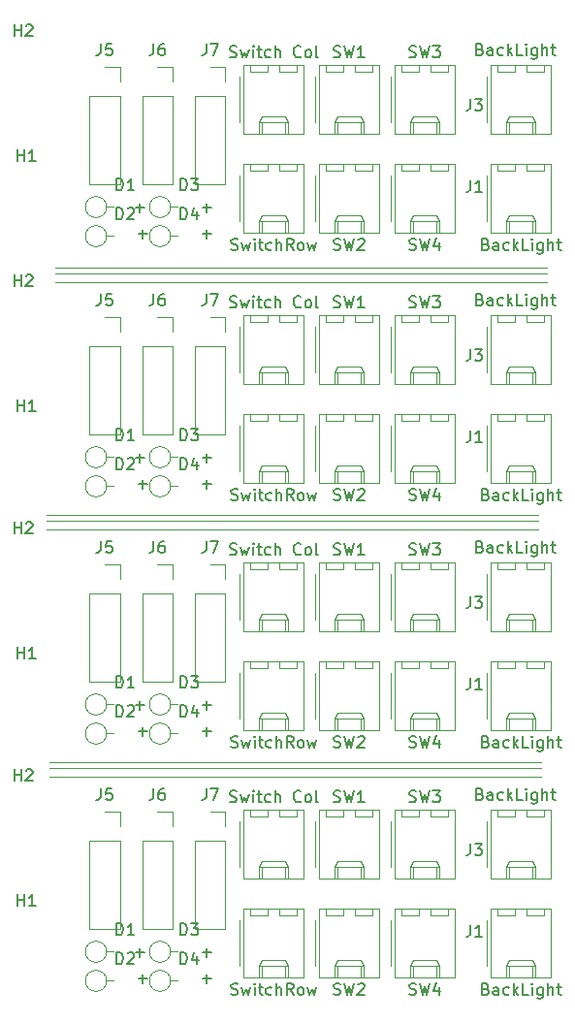
<source format=gbr>
G04 #@! TF.GenerationSoftware,KiCad,Pcbnew,(5.1.5-0-10_14)*
G04 #@! TF.CreationDate,2020-06-22T11:16:21+10:00*
G04 #@! TF.ProjectId,VerySmallMulti,56657279-536d-4616-9c6c-4d756c74692e,rev?*
G04 #@! TF.SameCoordinates,Original*
G04 #@! TF.FileFunction,Legend,Top*
G04 #@! TF.FilePolarity,Positive*
%FSLAX46Y46*%
G04 Gerber Fmt 4.6, Leading zero omitted, Abs format (unit mm)*
G04 Created by KiCad (PCBNEW (5.1.5-0-10_14)) date 2020-06-22 11:16:21*
%MOMM*%
%LPD*%
G04 APERTURE LIST*
%ADD10C,0.120000*%
%ADD11C,0.150000*%
G04 APERTURE END LIST*
D10*
X150876000Y-91948000D02*
X107950000Y-91948000D01*
X150876000Y-90678000D02*
X107950000Y-90678000D01*
X150876000Y-91186000D02*
X107950000Y-91186000D01*
X150114000Y-113538000D02*
X107188000Y-113538000D01*
X150114000Y-112268000D02*
X107188000Y-112268000D01*
X150114000Y-112776000D02*
X107188000Y-112776000D01*
X150368000Y-134366000D02*
X107442000Y-134366000D01*
X150368000Y-133858000D02*
X107442000Y-133858000D01*
X150368000Y-135128000D02*
X107442000Y-135128000D01*
D11*
X115189047Y-87701428D02*
X115950952Y-87701428D01*
X115570000Y-88082380D02*
X115570000Y-87320476D01*
X114935047Y-85415428D02*
X115696952Y-85415428D01*
X115316000Y-85796380D02*
X115316000Y-85034476D01*
X120777047Y-85415428D02*
X121538952Y-85415428D01*
X121158000Y-85796380D02*
X121158000Y-85034476D01*
X120777047Y-87701428D02*
X121538952Y-87701428D01*
X121158000Y-88082380D02*
X121158000Y-87320476D01*
X115189047Y-109545428D02*
X115950952Y-109545428D01*
X115570000Y-109926380D02*
X115570000Y-109164476D01*
X114935047Y-107259428D02*
X115696952Y-107259428D01*
X115316000Y-107640380D02*
X115316000Y-106878476D01*
X120777047Y-107259428D02*
X121538952Y-107259428D01*
X121158000Y-107640380D02*
X121158000Y-106878476D01*
X120777047Y-109545428D02*
X121538952Y-109545428D01*
X121158000Y-109926380D02*
X121158000Y-109164476D01*
X115189047Y-131135428D02*
X115950952Y-131135428D01*
X115570000Y-131516380D02*
X115570000Y-130754476D01*
X114935047Y-128849428D02*
X115696952Y-128849428D01*
X115316000Y-129230380D02*
X115316000Y-128468476D01*
X120777047Y-128849428D02*
X121538952Y-128849428D01*
X121158000Y-129230380D02*
X121158000Y-128468476D01*
X120777047Y-131135428D02*
X121538952Y-131135428D01*
X121158000Y-131516380D02*
X121158000Y-130754476D01*
X115189047Y-152725428D02*
X115950952Y-152725428D01*
X115570000Y-153106380D02*
X115570000Y-152344476D01*
X114935047Y-150439428D02*
X115696952Y-150439428D01*
X115316000Y-150820380D02*
X115316000Y-150058476D01*
X120777047Y-150439428D02*
X121538952Y-150439428D01*
X121158000Y-150820380D02*
X121158000Y-150058476D01*
X120777047Y-152725428D02*
X121538952Y-152725428D01*
X121158000Y-153106380D02*
X121158000Y-152344476D01*
D10*
X118014000Y-87884000D02*
G75*
G03X118014000Y-87884000I-920000J0D01*
G01*
X118014000Y-87884000D02*
X118634000Y-87884000D01*
X118014000Y-85344000D02*
G75*
G03X118014000Y-85344000I-920000J0D01*
G01*
X118014000Y-85344000D02*
X118634000Y-85344000D01*
X112426000Y-87884000D02*
G75*
G03X112426000Y-87884000I-920000J0D01*
G01*
X112426000Y-87884000D02*
X113046000Y-87884000D01*
X112426000Y-85344000D02*
G75*
G03X112426000Y-85344000I-920000J0D01*
G01*
X112426000Y-85344000D02*
X113046000Y-85344000D01*
X142278000Y-82152000D02*
X142278000Y-81552000D01*
X140678000Y-82152000D02*
X142278000Y-82152000D01*
X140678000Y-81552000D02*
X140678000Y-82152000D01*
X139738000Y-82152000D02*
X139738000Y-81552000D01*
X138138000Y-82152000D02*
X139738000Y-82152000D01*
X138138000Y-81552000D02*
X138138000Y-82152000D01*
X141228000Y-87572000D02*
X141228000Y-86572000D01*
X139188000Y-87572000D02*
X139188000Y-86572000D01*
X141228000Y-86042000D02*
X141478000Y-86572000D01*
X139188000Y-86042000D02*
X141228000Y-86042000D01*
X138938000Y-86572000D02*
X139188000Y-86042000D01*
X141478000Y-86572000D02*
X141478000Y-87572000D01*
X138938000Y-86572000D02*
X141478000Y-86572000D01*
X138938000Y-87572000D02*
X138938000Y-86572000D01*
X137268000Y-82582000D02*
X137268000Y-86582000D01*
X142858000Y-81552000D02*
X137558000Y-81552000D01*
X142858000Y-87572000D02*
X142858000Y-81552000D01*
X137558000Y-87572000D02*
X142858000Y-87572000D01*
X137558000Y-81552000D02*
X137558000Y-87572000D01*
X142278000Y-73516000D02*
X142278000Y-72916000D01*
X140678000Y-73516000D02*
X142278000Y-73516000D01*
X140678000Y-72916000D02*
X140678000Y-73516000D01*
X139738000Y-73516000D02*
X139738000Y-72916000D01*
X138138000Y-73516000D02*
X139738000Y-73516000D01*
X138138000Y-72916000D02*
X138138000Y-73516000D01*
X141228000Y-78936000D02*
X141228000Y-77936000D01*
X139188000Y-78936000D02*
X139188000Y-77936000D01*
X141228000Y-77406000D02*
X141478000Y-77936000D01*
X139188000Y-77406000D02*
X141228000Y-77406000D01*
X138938000Y-77936000D02*
X139188000Y-77406000D01*
X141478000Y-77936000D02*
X141478000Y-78936000D01*
X138938000Y-77936000D02*
X141478000Y-77936000D01*
X138938000Y-78936000D02*
X138938000Y-77936000D01*
X137268000Y-73946000D02*
X137268000Y-77946000D01*
X142858000Y-72916000D02*
X137558000Y-72916000D01*
X142858000Y-78936000D02*
X142858000Y-72916000D01*
X137558000Y-78936000D02*
X142858000Y-78936000D01*
X137558000Y-72916000D02*
X137558000Y-78936000D01*
X135674000Y-82152000D02*
X135674000Y-81552000D01*
X134074000Y-82152000D02*
X135674000Y-82152000D01*
X134074000Y-81552000D02*
X134074000Y-82152000D01*
X133134000Y-82152000D02*
X133134000Y-81552000D01*
X131534000Y-82152000D02*
X133134000Y-82152000D01*
X131534000Y-81552000D02*
X131534000Y-82152000D01*
X134624000Y-87572000D02*
X134624000Y-86572000D01*
X132584000Y-87572000D02*
X132584000Y-86572000D01*
X134624000Y-86042000D02*
X134874000Y-86572000D01*
X132584000Y-86042000D02*
X134624000Y-86042000D01*
X132334000Y-86572000D02*
X132584000Y-86042000D01*
X134874000Y-86572000D02*
X134874000Y-87572000D01*
X132334000Y-86572000D02*
X134874000Y-86572000D01*
X132334000Y-87572000D02*
X132334000Y-86572000D01*
X130664000Y-82582000D02*
X130664000Y-86582000D01*
X136254000Y-81552000D02*
X130954000Y-81552000D01*
X136254000Y-87572000D02*
X136254000Y-81552000D01*
X130954000Y-87572000D02*
X136254000Y-87572000D01*
X130954000Y-81552000D02*
X130954000Y-87572000D01*
X135674000Y-73516000D02*
X135674000Y-72916000D01*
X134074000Y-73516000D02*
X135674000Y-73516000D01*
X134074000Y-72916000D02*
X134074000Y-73516000D01*
X133134000Y-73516000D02*
X133134000Y-72916000D01*
X131534000Y-73516000D02*
X133134000Y-73516000D01*
X131534000Y-72916000D02*
X131534000Y-73516000D01*
X134624000Y-78936000D02*
X134624000Y-77936000D01*
X132584000Y-78936000D02*
X132584000Y-77936000D01*
X134624000Y-77406000D02*
X134874000Y-77936000D01*
X132584000Y-77406000D02*
X134624000Y-77406000D01*
X132334000Y-77936000D02*
X132584000Y-77406000D01*
X134874000Y-77936000D02*
X134874000Y-78936000D01*
X132334000Y-77936000D02*
X134874000Y-77936000D01*
X132334000Y-78936000D02*
X132334000Y-77936000D01*
X130664000Y-73946000D02*
X130664000Y-77946000D01*
X136254000Y-72916000D02*
X130954000Y-72916000D01*
X136254000Y-78936000D02*
X136254000Y-72916000D01*
X130954000Y-78936000D02*
X136254000Y-78936000D01*
X130954000Y-72916000D02*
X130954000Y-78936000D01*
X121456000Y-73076000D02*
X122786000Y-73076000D01*
X122786000Y-73076000D02*
X122786000Y-74406000D01*
X122786000Y-75676000D02*
X122786000Y-83356000D01*
X120126000Y-83356000D02*
X122786000Y-83356000D01*
X120126000Y-75676000D02*
X120126000Y-83356000D01*
X120126000Y-75676000D02*
X122786000Y-75676000D01*
X116856000Y-73076000D02*
X118186000Y-73076000D01*
X118186000Y-73076000D02*
X118186000Y-74406000D01*
X118186000Y-75676000D02*
X118186000Y-83356000D01*
X115526000Y-83356000D02*
X118186000Y-83356000D01*
X115526000Y-75676000D02*
X115526000Y-83356000D01*
X115526000Y-75676000D02*
X118186000Y-75676000D01*
X112256000Y-73076000D02*
X113586000Y-73076000D01*
X113586000Y-73076000D02*
X113586000Y-74406000D01*
X113586000Y-75676000D02*
X113586000Y-83356000D01*
X110926000Y-83356000D02*
X113586000Y-83356000D01*
X110926000Y-75676000D02*
X110926000Y-83356000D01*
X110926000Y-75676000D02*
X113586000Y-75676000D01*
X129070000Y-82152000D02*
X129070000Y-81552000D01*
X127470000Y-82152000D02*
X129070000Y-82152000D01*
X127470000Y-81552000D02*
X127470000Y-82152000D01*
X126530000Y-82152000D02*
X126530000Y-81552000D01*
X124930000Y-82152000D02*
X126530000Y-82152000D01*
X124930000Y-81552000D02*
X124930000Y-82152000D01*
X128020000Y-87572000D02*
X128020000Y-86572000D01*
X125980000Y-87572000D02*
X125980000Y-86572000D01*
X128020000Y-86042000D02*
X128270000Y-86572000D01*
X125980000Y-86042000D02*
X128020000Y-86042000D01*
X125730000Y-86572000D02*
X125980000Y-86042000D01*
X128270000Y-86572000D02*
X128270000Y-87572000D01*
X125730000Y-86572000D02*
X128270000Y-86572000D01*
X125730000Y-87572000D02*
X125730000Y-86572000D01*
X124060000Y-82582000D02*
X124060000Y-86582000D01*
X129650000Y-81552000D02*
X124350000Y-81552000D01*
X129650000Y-87572000D02*
X129650000Y-81552000D01*
X124350000Y-87572000D02*
X129650000Y-87572000D01*
X124350000Y-81552000D02*
X124350000Y-87572000D01*
X150660000Y-73516000D02*
X150660000Y-72916000D01*
X149060000Y-73516000D02*
X150660000Y-73516000D01*
X149060000Y-72916000D02*
X149060000Y-73516000D01*
X148120000Y-73516000D02*
X148120000Y-72916000D01*
X146520000Y-73516000D02*
X148120000Y-73516000D01*
X146520000Y-72916000D02*
X146520000Y-73516000D01*
X149610000Y-78936000D02*
X149610000Y-77936000D01*
X147570000Y-78936000D02*
X147570000Y-77936000D01*
X149610000Y-77406000D02*
X149860000Y-77936000D01*
X147570000Y-77406000D02*
X149610000Y-77406000D01*
X147320000Y-77936000D02*
X147570000Y-77406000D01*
X149860000Y-77936000D02*
X149860000Y-78936000D01*
X147320000Y-77936000D02*
X149860000Y-77936000D01*
X147320000Y-78936000D02*
X147320000Y-77936000D01*
X145650000Y-73946000D02*
X145650000Y-77946000D01*
X151240000Y-72916000D02*
X145940000Y-72916000D01*
X151240000Y-78936000D02*
X151240000Y-72916000D01*
X145940000Y-78936000D02*
X151240000Y-78936000D01*
X145940000Y-72916000D02*
X145940000Y-78936000D01*
X129070000Y-73516000D02*
X129070000Y-72916000D01*
X127470000Y-73516000D02*
X129070000Y-73516000D01*
X127470000Y-72916000D02*
X127470000Y-73516000D01*
X126530000Y-73516000D02*
X126530000Y-72916000D01*
X124930000Y-73516000D02*
X126530000Y-73516000D01*
X124930000Y-72916000D02*
X124930000Y-73516000D01*
X128020000Y-78936000D02*
X128020000Y-77936000D01*
X125980000Y-78936000D02*
X125980000Y-77936000D01*
X128020000Y-77406000D02*
X128270000Y-77936000D01*
X125980000Y-77406000D02*
X128020000Y-77406000D01*
X125730000Y-77936000D02*
X125980000Y-77406000D01*
X128270000Y-77936000D02*
X128270000Y-78936000D01*
X125730000Y-77936000D02*
X128270000Y-77936000D01*
X125730000Y-78936000D02*
X125730000Y-77936000D01*
X124060000Y-73946000D02*
X124060000Y-77946000D01*
X129650000Y-72916000D02*
X124350000Y-72916000D01*
X129650000Y-78936000D02*
X129650000Y-72916000D01*
X124350000Y-78936000D02*
X129650000Y-78936000D01*
X124350000Y-72916000D02*
X124350000Y-78936000D01*
X150660000Y-82152000D02*
X150660000Y-81552000D01*
X149060000Y-82152000D02*
X150660000Y-82152000D01*
X149060000Y-81552000D02*
X149060000Y-82152000D01*
X148120000Y-82152000D02*
X148120000Y-81552000D01*
X146520000Y-82152000D02*
X148120000Y-82152000D01*
X146520000Y-81552000D02*
X146520000Y-82152000D01*
X149610000Y-87572000D02*
X149610000Y-86572000D01*
X147570000Y-87572000D02*
X147570000Y-86572000D01*
X149610000Y-86042000D02*
X149860000Y-86572000D01*
X147570000Y-86042000D02*
X149610000Y-86042000D01*
X147320000Y-86572000D02*
X147570000Y-86042000D01*
X149860000Y-86572000D02*
X149860000Y-87572000D01*
X147320000Y-86572000D02*
X149860000Y-86572000D01*
X147320000Y-87572000D02*
X147320000Y-86572000D01*
X145650000Y-82582000D02*
X145650000Y-86582000D01*
X151240000Y-81552000D02*
X145940000Y-81552000D01*
X151240000Y-87572000D02*
X151240000Y-81552000D01*
X145940000Y-87572000D02*
X151240000Y-87572000D01*
X145940000Y-81552000D02*
X145940000Y-87572000D01*
X118014000Y-109728000D02*
G75*
G03X118014000Y-109728000I-920000J0D01*
G01*
X118014000Y-109728000D02*
X118634000Y-109728000D01*
X118014000Y-107188000D02*
G75*
G03X118014000Y-107188000I-920000J0D01*
G01*
X118014000Y-107188000D02*
X118634000Y-107188000D01*
X112426000Y-109728000D02*
G75*
G03X112426000Y-109728000I-920000J0D01*
G01*
X112426000Y-109728000D02*
X113046000Y-109728000D01*
X112426000Y-107188000D02*
G75*
G03X112426000Y-107188000I-920000J0D01*
G01*
X112426000Y-107188000D02*
X113046000Y-107188000D01*
X142278000Y-103996000D02*
X142278000Y-103396000D01*
X140678000Y-103996000D02*
X142278000Y-103996000D01*
X140678000Y-103396000D02*
X140678000Y-103996000D01*
X139738000Y-103996000D02*
X139738000Y-103396000D01*
X138138000Y-103996000D02*
X139738000Y-103996000D01*
X138138000Y-103396000D02*
X138138000Y-103996000D01*
X141228000Y-109416000D02*
X141228000Y-108416000D01*
X139188000Y-109416000D02*
X139188000Y-108416000D01*
X141228000Y-107886000D02*
X141478000Y-108416000D01*
X139188000Y-107886000D02*
X141228000Y-107886000D01*
X138938000Y-108416000D02*
X139188000Y-107886000D01*
X141478000Y-108416000D02*
X141478000Y-109416000D01*
X138938000Y-108416000D02*
X141478000Y-108416000D01*
X138938000Y-109416000D02*
X138938000Y-108416000D01*
X137268000Y-104426000D02*
X137268000Y-108426000D01*
X142858000Y-103396000D02*
X137558000Y-103396000D01*
X142858000Y-109416000D02*
X142858000Y-103396000D01*
X137558000Y-109416000D02*
X142858000Y-109416000D01*
X137558000Y-103396000D02*
X137558000Y-109416000D01*
X142278000Y-95360000D02*
X142278000Y-94760000D01*
X140678000Y-95360000D02*
X142278000Y-95360000D01*
X140678000Y-94760000D02*
X140678000Y-95360000D01*
X139738000Y-95360000D02*
X139738000Y-94760000D01*
X138138000Y-95360000D02*
X139738000Y-95360000D01*
X138138000Y-94760000D02*
X138138000Y-95360000D01*
X141228000Y-100780000D02*
X141228000Y-99780000D01*
X139188000Y-100780000D02*
X139188000Y-99780000D01*
X141228000Y-99250000D02*
X141478000Y-99780000D01*
X139188000Y-99250000D02*
X141228000Y-99250000D01*
X138938000Y-99780000D02*
X139188000Y-99250000D01*
X141478000Y-99780000D02*
X141478000Y-100780000D01*
X138938000Y-99780000D02*
X141478000Y-99780000D01*
X138938000Y-100780000D02*
X138938000Y-99780000D01*
X137268000Y-95790000D02*
X137268000Y-99790000D01*
X142858000Y-94760000D02*
X137558000Y-94760000D01*
X142858000Y-100780000D02*
X142858000Y-94760000D01*
X137558000Y-100780000D02*
X142858000Y-100780000D01*
X137558000Y-94760000D02*
X137558000Y-100780000D01*
X135674000Y-103996000D02*
X135674000Y-103396000D01*
X134074000Y-103996000D02*
X135674000Y-103996000D01*
X134074000Y-103396000D02*
X134074000Y-103996000D01*
X133134000Y-103996000D02*
X133134000Y-103396000D01*
X131534000Y-103996000D02*
X133134000Y-103996000D01*
X131534000Y-103396000D02*
X131534000Y-103996000D01*
X134624000Y-109416000D02*
X134624000Y-108416000D01*
X132584000Y-109416000D02*
X132584000Y-108416000D01*
X134624000Y-107886000D02*
X134874000Y-108416000D01*
X132584000Y-107886000D02*
X134624000Y-107886000D01*
X132334000Y-108416000D02*
X132584000Y-107886000D01*
X134874000Y-108416000D02*
X134874000Y-109416000D01*
X132334000Y-108416000D02*
X134874000Y-108416000D01*
X132334000Y-109416000D02*
X132334000Y-108416000D01*
X130664000Y-104426000D02*
X130664000Y-108426000D01*
X136254000Y-103396000D02*
X130954000Y-103396000D01*
X136254000Y-109416000D02*
X136254000Y-103396000D01*
X130954000Y-109416000D02*
X136254000Y-109416000D01*
X130954000Y-103396000D02*
X130954000Y-109416000D01*
X135674000Y-95360000D02*
X135674000Y-94760000D01*
X134074000Y-95360000D02*
X135674000Y-95360000D01*
X134074000Y-94760000D02*
X134074000Y-95360000D01*
X133134000Y-95360000D02*
X133134000Y-94760000D01*
X131534000Y-95360000D02*
X133134000Y-95360000D01*
X131534000Y-94760000D02*
X131534000Y-95360000D01*
X134624000Y-100780000D02*
X134624000Y-99780000D01*
X132584000Y-100780000D02*
X132584000Y-99780000D01*
X134624000Y-99250000D02*
X134874000Y-99780000D01*
X132584000Y-99250000D02*
X134624000Y-99250000D01*
X132334000Y-99780000D02*
X132584000Y-99250000D01*
X134874000Y-99780000D02*
X134874000Y-100780000D01*
X132334000Y-99780000D02*
X134874000Y-99780000D01*
X132334000Y-100780000D02*
X132334000Y-99780000D01*
X130664000Y-95790000D02*
X130664000Y-99790000D01*
X136254000Y-94760000D02*
X130954000Y-94760000D01*
X136254000Y-100780000D02*
X136254000Y-94760000D01*
X130954000Y-100780000D02*
X136254000Y-100780000D01*
X130954000Y-94760000D02*
X130954000Y-100780000D01*
X121456000Y-94920000D02*
X122786000Y-94920000D01*
X122786000Y-94920000D02*
X122786000Y-96250000D01*
X122786000Y-97520000D02*
X122786000Y-105200000D01*
X120126000Y-105200000D02*
X122786000Y-105200000D01*
X120126000Y-97520000D02*
X120126000Y-105200000D01*
X120126000Y-97520000D02*
X122786000Y-97520000D01*
X116856000Y-94920000D02*
X118186000Y-94920000D01*
X118186000Y-94920000D02*
X118186000Y-96250000D01*
X118186000Y-97520000D02*
X118186000Y-105200000D01*
X115526000Y-105200000D02*
X118186000Y-105200000D01*
X115526000Y-97520000D02*
X115526000Y-105200000D01*
X115526000Y-97520000D02*
X118186000Y-97520000D01*
X112256000Y-94920000D02*
X113586000Y-94920000D01*
X113586000Y-94920000D02*
X113586000Y-96250000D01*
X113586000Y-97520000D02*
X113586000Y-105200000D01*
X110926000Y-105200000D02*
X113586000Y-105200000D01*
X110926000Y-97520000D02*
X110926000Y-105200000D01*
X110926000Y-97520000D02*
X113586000Y-97520000D01*
X129070000Y-103996000D02*
X129070000Y-103396000D01*
X127470000Y-103996000D02*
X129070000Y-103996000D01*
X127470000Y-103396000D02*
X127470000Y-103996000D01*
X126530000Y-103996000D02*
X126530000Y-103396000D01*
X124930000Y-103996000D02*
X126530000Y-103996000D01*
X124930000Y-103396000D02*
X124930000Y-103996000D01*
X128020000Y-109416000D02*
X128020000Y-108416000D01*
X125980000Y-109416000D02*
X125980000Y-108416000D01*
X128020000Y-107886000D02*
X128270000Y-108416000D01*
X125980000Y-107886000D02*
X128020000Y-107886000D01*
X125730000Y-108416000D02*
X125980000Y-107886000D01*
X128270000Y-108416000D02*
X128270000Y-109416000D01*
X125730000Y-108416000D02*
X128270000Y-108416000D01*
X125730000Y-109416000D02*
X125730000Y-108416000D01*
X124060000Y-104426000D02*
X124060000Y-108426000D01*
X129650000Y-103396000D02*
X124350000Y-103396000D01*
X129650000Y-109416000D02*
X129650000Y-103396000D01*
X124350000Y-109416000D02*
X129650000Y-109416000D01*
X124350000Y-103396000D02*
X124350000Y-109416000D01*
X150660000Y-95360000D02*
X150660000Y-94760000D01*
X149060000Y-95360000D02*
X150660000Y-95360000D01*
X149060000Y-94760000D02*
X149060000Y-95360000D01*
X148120000Y-95360000D02*
X148120000Y-94760000D01*
X146520000Y-95360000D02*
X148120000Y-95360000D01*
X146520000Y-94760000D02*
X146520000Y-95360000D01*
X149610000Y-100780000D02*
X149610000Y-99780000D01*
X147570000Y-100780000D02*
X147570000Y-99780000D01*
X149610000Y-99250000D02*
X149860000Y-99780000D01*
X147570000Y-99250000D02*
X149610000Y-99250000D01*
X147320000Y-99780000D02*
X147570000Y-99250000D01*
X149860000Y-99780000D02*
X149860000Y-100780000D01*
X147320000Y-99780000D02*
X149860000Y-99780000D01*
X147320000Y-100780000D02*
X147320000Y-99780000D01*
X145650000Y-95790000D02*
X145650000Y-99790000D01*
X151240000Y-94760000D02*
X145940000Y-94760000D01*
X151240000Y-100780000D02*
X151240000Y-94760000D01*
X145940000Y-100780000D02*
X151240000Y-100780000D01*
X145940000Y-94760000D02*
X145940000Y-100780000D01*
X129070000Y-95360000D02*
X129070000Y-94760000D01*
X127470000Y-95360000D02*
X129070000Y-95360000D01*
X127470000Y-94760000D02*
X127470000Y-95360000D01*
X126530000Y-95360000D02*
X126530000Y-94760000D01*
X124930000Y-95360000D02*
X126530000Y-95360000D01*
X124930000Y-94760000D02*
X124930000Y-95360000D01*
X128020000Y-100780000D02*
X128020000Y-99780000D01*
X125980000Y-100780000D02*
X125980000Y-99780000D01*
X128020000Y-99250000D02*
X128270000Y-99780000D01*
X125980000Y-99250000D02*
X128020000Y-99250000D01*
X125730000Y-99780000D02*
X125980000Y-99250000D01*
X128270000Y-99780000D02*
X128270000Y-100780000D01*
X125730000Y-99780000D02*
X128270000Y-99780000D01*
X125730000Y-100780000D02*
X125730000Y-99780000D01*
X124060000Y-95790000D02*
X124060000Y-99790000D01*
X129650000Y-94760000D02*
X124350000Y-94760000D01*
X129650000Y-100780000D02*
X129650000Y-94760000D01*
X124350000Y-100780000D02*
X129650000Y-100780000D01*
X124350000Y-94760000D02*
X124350000Y-100780000D01*
X150660000Y-103996000D02*
X150660000Y-103396000D01*
X149060000Y-103996000D02*
X150660000Y-103996000D01*
X149060000Y-103396000D02*
X149060000Y-103996000D01*
X148120000Y-103996000D02*
X148120000Y-103396000D01*
X146520000Y-103996000D02*
X148120000Y-103996000D01*
X146520000Y-103396000D02*
X146520000Y-103996000D01*
X149610000Y-109416000D02*
X149610000Y-108416000D01*
X147570000Y-109416000D02*
X147570000Y-108416000D01*
X149610000Y-107886000D02*
X149860000Y-108416000D01*
X147570000Y-107886000D02*
X149610000Y-107886000D01*
X147320000Y-108416000D02*
X147570000Y-107886000D01*
X149860000Y-108416000D02*
X149860000Y-109416000D01*
X147320000Y-108416000D02*
X149860000Y-108416000D01*
X147320000Y-109416000D02*
X147320000Y-108416000D01*
X145650000Y-104426000D02*
X145650000Y-108426000D01*
X151240000Y-103396000D02*
X145940000Y-103396000D01*
X151240000Y-109416000D02*
X151240000Y-103396000D01*
X145940000Y-109416000D02*
X151240000Y-109416000D01*
X145940000Y-103396000D02*
X145940000Y-109416000D01*
X118014000Y-131318000D02*
G75*
G03X118014000Y-131318000I-920000J0D01*
G01*
X118014000Y-131318000D02*
X118634000Y-131318000D01*
X118014000Y-128778000D02*
G75*
G03X118014000Y-128778000I-920000J0D01*
G01*
X118014000Y-128778000D02*
X118634000Y-128778000D01*
X112426000Y-131318000D02*
G75*
G03X112426000Y-131318000I-920000J0D01*
G01*
X112426000Y-131318000D02*
X113046000Y-131318000D01*
X112426000Y-128778000D02*
G75*
G03X112426000Y-128778000I-920000J0D01*
G01*
X112426000Y-128778000D02*
X113046000Y-128778000D01*
X142278000Y-125586000D02*
X142278000Y-124986000D01*
X140678000Y-125586000D02*
X142278000Y-125586000D01*
X140678000Y-124986000D02*
X140678000Y-125586000D01*
X139738000Y-125586000D02*
X139738000Y-124986000D01*
X138138000Y-125586000D02*
X139738000Y-125586000D01*
X138138000Y-124986000D02*
X138138000Y-125586000D01*
X141228000Y-131006000D02*
X141228000Y-130006000D01*
X139188000Y-131006000D02*
X139188000Y-130006000D01*
X141228000Y-129476000D02*
X141478000Y-130006000D01*
X139188000Y-129476000D02*
X141228000Y-129476000D01*
X138938000Y-130006000D02*
X139188000Y-129476000D01*
X141478000Y-130006000D02*
X141478000Y-131006000D01*
X138938000Y-130006000D02*
X141478000Y-130006000D01*
X138938000Y-131006000D02*
X138938000Y-130006000D01*
X137268000Y-126016000D02*
X137268000Y-130016000D01*
X142858000Y-124986000D02*
X137558000Y-124986000D01*
X142858000Y-131006000D02*
X142858000Y-124986000D01*
X137558000Y-131006000D02*
X142858000Y-131006000D01*
X137558000Y-124986000D02*
X137558000Y-131006000D01*
X142278000Y-116950000D02*
X142278000Y-116350000D01*
X140678000Y-116950000D02*
X142278000Y-116950000D01*
X140678000Y-116350000D02*
X140678000Y-116950000D01*
X139738000Y-116950000D02*
X139738000Y-116350000D01*
X138138000Y-116950000D02*
X139738000Y-116950000D01*
X138138000Y-116350000D02*
X138138000Y-116950000D01*
X141228000Y-122370000D02*
X141228000Y-121370000D01*
X139188000Y-122370000D02*
X139188000Y-121370000D01*
X141228000Y-120840000D02*
X141478000Y-121370000D01*
X139188000Y-120840000D02*
X141228000Y-120840000D01*
X138938000Y-121370000D02*
X139188000Y-120840000D01*
X141478000Y-121370000D02*
X141478000Y-122370000D01*
X138938000Y-121370000D02*
X141478000Y-121370000D01*
X138938000Y-122370000D02*
X138938000Y-121370000D01*
X137268000Y-117380000D02*
X137268000Y-121380000D01*
X142858000Y-116350000D02*
X137558000Y-116350000D01*
X142858000Y-122370000D02*
X142858000Y-116350000D01*
X137558000Y-122370000D02*
X142858000Y-122370000D01*
X137558000Y-116350000D02*
X137558000Y-122370000D01*
X135674000Y-125586000D02*
X135674000Y-124986000D01*
X134074000Y-125586000D02*
X135674000Y-125586000D01*
X134074000Y-124986000D02*
X134074000Y-125586000D01*
X133134000Y-125586000D02*
X133134000Y-124986000D01*
X131534000Y-125586000D02*
X133134000Y-125586000D01*
X131534000Y-124986000D02*
X131534000Y-125586000D01*
X134624000Y-131006000D02*
X134624000Y-130006000D01*
X132584000Y-131006000D02*
X132584000Y-130006000D01*
X134624000Y-129476000D02*
X134874000Y-130006000D01*
X132584000Y-129476000D02*
X134624000Y-129476000D01*
X132334000Y-130006000D02*
X132584000Y-129476000D01*
X134874000Y-130006000D02*
X134874000Y-131006000D01*
X132334000Y-130006000D02*
X134874000Y-130006000D01*
X132334000Y-131006000D02*
X132334000Y-130006000D01*
X130664000Y-126016000D02*
X130664000Y-130016000D01*
X136254000Y-124986000D02*
X130954000Y-124986000D01*
X136254000Y-131006000D02*
X136254000Y-124986000D01*
X130954000Y-131006000D02*
X136254000Y-131006000D01*
X130954000Y-124986000D02*
X130954000Y-131006000D01*
X135674000Y-116950000D02*
X135674000Y-116350000D01*
X134074000Y-116950000D02*
X135674000Y-116950000D01*
X134074000Y-116350000D02*
X134074000Y-116950000D01*
X133134000Y-116950000D02*
X133134000Y-116350000D01*
X131534000Y-116950000D02*
X133134000Y-116950000D01*
X131534000Y-116350000D02*
X131534000Y-116950000D01*
X134624000Y-122370000D02*
X134624000Y-121370000D01*
X132584000Y-122370000D02*
X132584000Y-121370000D01*
X134624000Y-120840000D02*
X134874000Y-121370000D01*
X132584000Y-120840000D02*
X134624000Y-120840000D01*
X132334000Y-121370000D02*
X132584000Y-120840000D01*
X134874000Y-121370000D02*
X134874000Y-122370000D01*
X132334000Y-121370000D02*
X134874000Y-121370000D01*
X132334000Y-122370000D02*
X132334000Y-121370000D01*
X130664000Y-117380000D02*
X130664000Y-121380000D01*
X136254000Y-116350000D02*
X130954000Y-116350000D01*
X136254000Y-122370000D02*
X136254000Y-116350000D01*
X130954000Y-122370000D02*
X136254000Y-122370000D01*
X130954000Y-116350000D02*
X130954000Y-122370000D01*
X121456000Y-116510000D02*
X122786000Y-116510000D01*
X122786000Y-116510000D02*
X122786000Y-117840000D01*
X122786000Y-119110000D02*
X122786000Y-126790000D01*
X120126000Y-126790000D02*
X122786000Y-126790000D01*
X120126000Y-119110000D02*
X120126000Y-126790000D01*
X120126000Y-119110000D02*
X122786000Y-119110000D01*
X116856000Y-116510000D02*
X118186000Y-116510000D01*
X118186000Y-116510000D02*
X118186000Y-117840000D01*
X118186000Y-119110000D02*
X118186000Y-126790000D01*
X115526000Y-126790000D02*
X118186000Y-126790000D01*
X115526000Y-119110000D02*
X115526000Y-126790000D01*
X115526000Y-119110000D02*
X118186000Y-119110000D01*
X112256000Y-116510000D02*
X113586000Y-116510000D01*
X113586000Y-116510000D02*
X113586000Y-117840000D01*
X113586000Y-119110000D02*
X113586000Y-126790000D01*
X110926000Y-126790000D02*
X113586000Y-126790000D01*
X110926000Y-119110000D02*
X110926000Y-126790000D01*
X110926000Y-119110000D02*
X113586000Y-119110000D01*
X129070000Y-125586000D02*
X129070000Y-124986000D01*
X127470000Y-125586000D02*
X129070000Y-125586000D01*
X127470000Y-124986000D02*
X127470000Y-125586000D01*
X126530000Y-125586000D02*
X126530000Y-124986000D01*
X124930000Y-125586000D02*
X126530000Y-125586000D01*
X124930000Y-124986000D02*
X124930000Y-125586000D01*
X128020000Y-131006000D02*
X128020000Y-130006000D01*
X125980000Y-131006000D02*
X125980000Y-130006000D01*
X128020000Y-129476000D02*
X128270000Y-130006000D01*
X125980000Y-129476000D02*
X128020000Y-129476000D01*
X125730000Y-130006000D02*
X125980000Y-129476000D01*
X128270000Y-130006000D02*
X128270000Y-131006000D01*
X125730000Y-130006000D02*
X128270000Y-130006000D01*
X125730000Y-131006000D02*
X125730000Y-130006000D01*
X124060000Y-126016000D02*
X124060000Y-130016000D01*
X129650000Y-124986000D02*
X124350000Y-124986000D01*
X129650000Y-131006000D02*
X129650000Y-124986000D01*
X124350000Y-131006000D02*
X129650000Y-131006000D01*
X124350000Y-124986000D02*
X124350000Y-131006000D01*
X150660000Y-116950000D02*
X150660000Y-116350000D01*
X149060000Y-116950000D02*
X150660000Y-116950000D01*
X149060000Y-116350000D02*
X149060000Y-116950000D01*
X148120000Y-116950000D02*
X148120000Y-116350000D01*
X146520000Y-116950000D02*
X148120000Y-116950000D01*
X146520000Y-116350000D02*
X146520000Y-116950000D01*
X149610000Y-122370000D02*
X149610000Y-121370000D01*
X147570000Y-122370000D02*
X147570000Y-121370000D01*
X149610000Y-120840000D02*
X149860000Y-121370000D01*
X147570000Y-120840000D02*
X149610000Y-120840000D01*
X147320000Y-121370000D02*
X147570000Y-120840000D01*
X149860000Y-121370000D02*
X149860000Y-122370000D01*
X147320000Y-121370000D02*
X149860000Y-121370000D01*
X147320000Y-122370000D02*
X147320000Y-121370000D01*
X145650000Y-117380000D02*
X145650000Y-121380000D01*
X151240000Y-116350000D02*
X145940000Y-116350000D01*
X151240000Y-122370000D02*
X151240000Y-116350000D01*
X145940000Y-122370000D02*
X151240000Y-122370000D01*
X145940000Y-116350000D02*
X145940000Y-122370000D01*
X129070000Y-116950000D02*
X129070000Y-116350000D01*
X127470000Y-116950000D02*
X129070000Y-116950000D01*
X127470000Y-116350000D02*
X127470000Y-116950000D01*
X126530000Y-116950000D02*
X126530000Y-116350000D01*
X124930000Y-116950000D02*
X126530000Y-116950000D01*
X124930000Y-116350000D02*
X124930000Y-116950000D01*
X128020000Y-122370000D02*
X128020000Y-121370000D01*
X125980000Y-122370000D02*
X125980000Y-121370000D01*
X128020000Y-120840000D02*
X128270000Y-121370000D01*
X125980000Y-120840000D02*
X128020000Y-120840000D01*
X125730000Y-121370000D02*
X125980000Y-120840000D01*
X128270000Y-121370000D02*
X128270000Y-122370000D01*
X125730000Y-121370000D02*
X128270000Y-121370000D01*
X125730000Y-122370000D02*
X125730000Y-121370000D01*
X124060000Y-117380000D02*
X124060000Y-121380000D01*
X129650000Y-116350000D02*
X124350000Y-116350000D01*
X129650000Y-122370000D02*
X129650000Y-116350000D01*
X124350000Y-122370000D02*
X129650000Y-122370000D01*
X124350000Y-116350000D02*
X124350000Y-122370000D01*
X150660000Y-125586000D02*
X150660000Y-124986000D01*
X149060000Y-125586000D02*
X150660000Y-125586000D01*
X149060000Y-124986000D02*
X149060000Y-125586000D01*
X148120000Y-125586000D02*
X148120000Y-124986000D01*
X146520000Y-125586000D02*
X148120000Y-125586000D01*
X146520000Y-124986000D02*
X146520000Y-125586000D01*
X149610000Y-131006000D02*
X149610000Y-130006000D01*
X147570000Y-131006000D02*
X147570000Y-130006000D01*
X149610000Y-129476000D02*
X149860000Y-130006000D01*
X147570000Y-129476000D02*
X149610000Y-129476000D01*
X147320000Y-130006000D02*
X147570000Y-129476000D01*
X149860000Y-130006000D02*
X149860000Y-131006000D01*
X147320000Y-130006000D02*
X149860000Y-130006000D01*
X147320000Y-131006000D02*
X147320000Y-130006000D01*
X145650000Y-126016000D02*
X145650000Y-130016000D01*
X151240000Y-124986000D02*
X145940000Y-124986000D01*
X151240000Y-131006000D02*
X151240000Y-124986000D01*
X145940000Y-131006000D02*
X151240000Y-131006000D01*
X145940000Y-124986000D02*
X145940000Y-131006000D01*
X118014000Y-152908000D02*
G75*
G03X118014000Y-152908000I-920000J0D01*
G01*
X118014000Y-152908000D02*
X118634000Y-152908000D01*
X118014000Y-150368000D02*
G75*
G03X118014000Y-150368000I-920000J0D01*
G01*
X118014000Y-150368000D02*
X118634000Y-150368000D01*
X112426000Y-152908000D02*
G75*
G03X112426000Y-152908000I-920000J0D01*
G01*
X112426000Y-152908000D02*
X113046000Y-152908000D01*
X112426000Y-150368000D02*
G75*
G03X112426000Y-150368000I-920000J0D01*
G01*
X112426000Y-150368000D02*
X113046000Y-150368000D01*
X142278000Y-147176000D02*
X142278000Y-146576000D01*
X140678000Y-147176000D02*
X142278000Y-147176000D01*
X140678000Y-146576000D02*
X140678000Y-147176000D01*
X139738000Y-147176000D02*
X139738000Y-146576000D01*
X138138000Y-147176000D02*
X139738000Y-147176000D01*
X138138000Y-146576000D02*
X138138000Y-147176000D01*
X141228000Y-152596000D02*
X141228000Y-151596000D01*
X139188000Y-152596000D02*
X139188000Y-151596000D01*
X141228000Y-151066000D02*
X141478000Y-151596000D01*
X139188000Y-151066000D02*
X141228000Y-151066000D01*
X138938000Y-151596000D02*
X139188000Y-151066000D01*
X141478000Y-151596000D02*
X141478000Y-152596000D01*
X138938000Y-151596000D02*
X141478000Y-151596000D01*
X138938000Y-152596000D02*
X138938000Y-151596000D01*
X137268000Y-147606000D02*
X137268000Y-151606000D01*
X142858000Y-146576000D02*
X137558000Y-146576000D01*
X142858000Y-152596000D02*
X142858000Y-146576000D01*
X137558000Y-152596000D02*
X142858000Y-152596000D01*
X137558000Y-146576000D02*
X137558000Y-152596000D01*
X142278000Y-138540000D02*
X142278000Y-137940000D01*
X140678000Y-138540000D02*
X142278000Y-138540000D01*
X140678000Y-137940000D02*
X140678000Y-138540000D01*
X139738000Y-138540000D02*
X139738000Y-137940000D01*
X138138000Y-138540000D02*
X139738000Y-138540000D01*
X138138000Y-137940000D02*
X138138000Y-138540000D01*
X141228000Y-143960000D02*
X141228000Y-142960000D01*
X139188000Y-143960000D02*
X139188000Y-142960000D01*
X141228000Y-142430000D02*
X141478000Y-142960000D01*
X139188000Y-142430000D02*
X141228000Y-142430000D01*
X138938000Y-142960000D02*
X139188000Y-142430000D01*
X141478000Y-142960000D02*
X141478000Y-143960000D01*
X138938000Y-142960000D02*
X141478000Y-142960000D01*
X138938000Y-143960000D02*
X138938000Y-142960000D01*
X137268000Y-138970000D02*
X137268000Y-142970000D01*
X142858000Y-137940000D02*
X137558000Y-137940000D01*
X142858000Y-143960000D02*
X142858000Y-137940000D01*
X137558000Y-143960000D02*
X142858000Y-143960000D01*
X137558000Y-137940000D02*
X137558000Y-143960000D01*
X135674000Y-147176000D02*
X135674000Y-146576000D01*
X134074000Y-147176000D02*
X135674000Y-147176000D01*
X134074000Y-146576000D02*
X134074000Y-147176000D01*
X133134000Y-147176000D02*
X133134000Y-146576000D01*
X131534000Y-147176000D02*
X133134000Y-147176000D01*
X131534000Y-146576000D02*
X131534000Y-147176000D01*
X134624000Y-152596000D02*
X134624000Y-151596000D01*
X132584000Y-152596000D02*
X132584000Y-151596000D01*
X134624000Y-151066000D02*
X134874000Y-151596000D01*
X132584000Y-151066000D02*
X134624000Y-151066000D01*
X132334000Y-151596000D02*
X132584000Y-151066000D01*
X134874000Y-151596000D02*
X134874000Y-152596000D01*
X132334000Y-151596000D02*
X134874000Y-151596000D01*
X132334000Y-152596000D02*
X132334000Y-151596000D01*
X130664000Y-147606000D02*
X130664000Y-151606000D01*
X136254000Y-146576000D02*
X130954000Y-146576000D01*
X136254000Y-152596000D02*
X136254000Y-146576000D01*
X130954000Y-152596000D02*
X136254000Y-152596000D01*
X130954000Y-146576000D02*
X130954000Y-152596000D01*
X135674000Y-138540000D02*
X135674000Y-137940000D01*
X134074000Y-138540000D02*
X135674000Y-138540000D01*
X134074000Y-137940000D02*
X134074000Y-138540000D01*
X133134000Y-138540000D02*
X133134000Y-137940000D01*
X131534000Y-138540000D02*
X133134000Y-138540000D01*
X131534000Y-137940000D02*
X131534000Y-138540000D01*
X134624000Y-143960000D02*
X134624000Y-142960000D01*
X132584000Y-143960000D02*
X132584000Y-142960000D01*
X134624000Y-142430000D02*
X134874000Y-142960000D01*
X132584000Y-142430000D02*
X134624000Y-142430000D01*
X132334000Y-142960000D02*
X132584000Y-142430000D01*
X134874000Y-142960000D02*
X134874000Y-143960000D01*
X132334000Y-142960000D02*
X134874000Y-142960000D01*
X132334000Y-143960000D02*
X132334000Y-142960000D01*
X130664000Y-138970000D02*
X130664000Y-142970000D01*
X136254000Y-137940000D02*
X130954000Y-137940000D01*
X136254000Y-143960000D02*
X136254000Y-137940000D01*
X130954000Y-143960000D02*
X136254000Y-143960000D01*
X130954000Y-137940000D02*
X130954000Y-143960000D01*
X121456000Y-138100000D02*
X122786000Y-138100000D01*
X122786000Y-138100000D02*
X122786000Y-139430000D01*
X122786000Y-140700000D02*
X122786000Y-148380000D01*
X120126000Y-148380000D02*
X122786000Y-148380000D01*
X120126000Y-140700000D02*
X120126000Y-148380000D01*
X120126000Y-140700000D02*
X122786000Y-140700000D01*
X116856000Y-138100000D02*
X118186000Y-138100000D01*
X118186000Y-138100000D02*
X118186000Y-139430000D01*
X118186000Y-140700000D02*
X118186000Y-148380000D01*
X115526000Y-148380000D02*
X118186000Y-148380000D01*
X115526000Y-140700000D02*
X115526000Y-148380000D01*
X115526000Y-140700000D02*
X118186000Y-140700000D01*
X112256000Y-138100000D02*
X113586000Y-138100000D01*
X113586000Y-138100000D02*
X113586000Y-139430000D01*
X113586000Y-140700000D02*
X113586000Y-148380000D01*
X110926000Y-148380000D02*
X113586000Y-148380000D01*
X110926000Y-140700000D02*
X110926000Y-148380000D01*
X110926000Y-140700000D02*
X113586000Y-140700000D01*
X129070000Y-147176000D02*
X129070000Y-146576000D01*
X127470000Y-147176000D02*
X129070000Y-147176000D01*
X127470000Y-146576000D02*
X127470000Y-147176000D01*
X126530000Y-147176000D02*
X126530000Y-146576000D01*
X124930000Y-147176000D02*
X126530000Y-147176000D01*
X124930000Y-146576000D02*
X124930000Y-147176000D01*
X128020000Y-152596000D02*
X128020000Y-151596000D01*
X125980000Y-152596000D02*
X125980000Y-151596000D01*
X128020000Y-151066000D02*
X128270000Y-151596000D01*
X125980000Y-151066000D02*
X128020000Y-151066000D01*
X125730000Y-151596000D02*
X125980000Y-151066000D01*
X128270000Y-151596000D02*
X128270000Y-152596000D01*
X125730000Y-151596000D02*
X128270000Y-151596000D01*
X125730000Y-152596000D02*
X125730000Y-151596000D01*
X124060000Y-147606000D02*
X124060000Y-151606000D01*
X129650000Y-146576000D02*
X124350000Y-146576000D01*
X129650000Y-152596000D02*
X129650000Y-146576000D01*
X124350000Y-152596000D02*
X129650000Y-152596000D01*
X124350000Y-146576000D02*
X124350000Y-152596000D01*
X150660000Y-138540000D02*
X150660000Y-137940000D01*
X149060000Y-138540000D02*
X150660000Y-138540000D01*
X149060000Y-137940000D02*
X149060000Y-138540000D01*
X148120000Y-138540000D02*
X148120000Y-137940000D01*
X146520000Y-138540000D02*
X148120000Y-138540000D01*
X146520000Y-137940000D02*
X146520000Y-138540000D01*
X149610000Y-143960000D02*
X149610000Y-142960000D01*
X147570000Y-143960000D02*
X147570000Y-142960000D01*
X149610000Y-142430000D02*
X149860000Y-142960000D01*
X147570000Y-142430000D02*
X149610000Y-142430000D01*
X147320000Y-142960000D02*
X147570000Y-142430000D01*
X149860000Y-142960000D02*
X149860000Y-143960000D01*
X147320000Y-142960000D02*
X149860000Y-142960000D01*
X147320000Y-143960000D02*
X147320000Y-142960000D01*
X145650000Y-138970000D02*
X145650000Y-142970000D01*
X151240000Y-137940000D02*
X145940000Y-137940000D01*
X151240000Y-143960000D02*
X151240000Y-137940000D01*
X145940000Y-143960000D02*
X151240000Y-143960000D01*
X145940000Y-137940000D02*
X145940000Y-143960000D01*
X129070000Y-138540000D02*
X129070000Y-137940000D01*
X127470000Y-138540000D02*
X129070000Y-138540000D01*
X127470000Y-137940000D02*
X127470000Y-138540000D01*
X126530000Y-138540000D02*
X126530000Y-137940000D01*
X124930000Y-138540000D02*
X126530000Y-138540000D01*
X124930000Y-137940000D02*
X124930000Y-138540000D01*
X128020000Y-143960000D02*
X128020000Y-142960000D01*
X125980000Y-143960000D02*
X125980000Y-142960000D01*
X128020000Y-142430000D02*
X128270000Y-142960000D01*
X125980000Y-142430000D02*
X128020000Y-142430000D01*
X125730000Y-142960000D02*
X125980000Y-142430000D01*
X128270000Y-142960000D02*
X128270000Y-143960000D01*
X125730000Y-142960000D02*
X128270000Y-142960000D01*
X125730000Y-143960000D02*
X125730000Y-142960000D01*
X124060000Y-138970000D02*
X124060000Y-142970000D01*
X129650000Y-137940000D02*
X124350000Y-137940000D01*
X129650000Y-143960000D02*
X129650000Y-137940000D01*
X124350000Y-143960000D02*
X129650000Y-143960000D01*
X124350000Y-137940000D02*
X124350000Y-143960000D01*
X150660000Y-147176000D02*
X150660000Y-146576000D01*
X149060000Y-147176000D02*
X150660000Y-147176000D01*
X149060000Y-146576000D02*
X149060000Y-147176000D01*
X148120000Y-147176000D02*
X148120000Y-146576000D01*
X146520000Y-147176000D02*
X148120000Y-147176000D01*
X146520000Y-146576000D02*
X146520000Y-147176000D01*
X149610000Y-152596000D02*
X149610000Y-151596000D01*
X147570000Y-152596000D02*
X147570000Y-151596000D01*
X149610000Y-151066000D02*
X149860000Y-151596000D01*
X147570000Y-151066000D02*
X149610000Y-151066000D01*
X147320000Y-151596000D02*
X147570000Y-151066000D01*
X149860000Y-151596000D02*
X149860000Y-152596000D01*
X147320000Y-151596000D02*
X149860000Y-151596000D01*
X147320000Y-152596000D02*
X147320000Y-151596000D01*
X145650000Y-147606000D02*
X145650000Y-151606000D01*
X151240000Y-146576000D02*
X145940000Y-146576000D01*
X151240000Y-152596000D02*
X151240000Y-146576000D01*
X145940000Y-152596000D02*
X151240000Y-152596000D01*
X145940000Y-146576000D02*
X145940000Y-152596000D01*
D11*
X118895904Y-86416380D02*
X118895904Y-85416380D01*
X119134000Y-85416380D01*
X119276857Y-85464000D01*
X119372095Y-85559238D01*
X119419714Y-85654476D01*
X119467333Y-85844952D01*
X119467333Y-85987809D01*
X119419714Y-86178285D01*
X119372095Y-86273523D01*
X119276857Y-86368761D01*
X119134000Y-86416380D01*
X118895904Y-86416380D01*
X120324476Y-85749714D02*
X120324476Y-86416380D01*
X120086380Y-85368761D02*
X119848285Y-86083047D01*
X120467333Y-86083047D01*
X118895904Y-83876380D02*
X118895904Y-82876380D01*
X119134000Y-82876380D01*
X119276857Y-82924000D01*
X119372095Y-83019238D01*
X119419714Y-83114476D01*
X119467333Y-83304952D01*
X119467333Y-83447809D01*
X119419714Y-83638285D01*
X119372095Y-83733523D01*
X119276857Y-83828761D01*
X119134000Y-83876380D01*
X118895904Y-83876380D01*
X119800666Y-82876380D02*
X120419714Y-82876380D01*
X120086380Y-83257333D01*
X120229238Y-83257333D01*
X120324476Y-83304952D01*
X120372095Y-83352571D01*
X120419714Y-83447809D01*
X120419714Y-83685904D01*
X120372095Y-83781142D01*
X120324476Y-83828761D01*
X120229238Y-83876380D01*
X119943523Y-83876380D01*
X119848285Y-83828761D01*
X119800666Y-83781142D01*
X113307904Y-86416380D02*
X113307904Y-85416380D01*
X113546000Y-85416380D01*
X113688857Y-85464000D01*
X113784095Y-85559238D01*
X113831714Y-85654476D01*
X113879333Y-85844952D01*
X113879333Y-85987809D01*
X113831714Y-86178285D01*
X113784095Y-86273523D01*
X113688857Y-86368761D01*
X113546000Y-86416380D01*
X113307904Y-86416380D01*
X114260285Y-85511619D02*
X114307904Y-85464000D01*
X114403142Y-85416380D01*
X114641238Y-85416380D01*
X114736476Y-85464000D01*
X114784095Y-85511619D01*
X114831714Y-85606857D01*
X114831714Y-85702095D01*
X114784095Y-85844952D01*
X114212666Y-86416380D01*
X114831714Y-86416380D01*
X113307904Y-83876380D02*
X113307904Y-82876380D01*
X113546000Y-82876380D01*
X113688857Y-82924000D01*
X113784095Y-83019238D01*
X113831714Y-83114476D01*
X113879333Y-83304952D01*
X113879333Y-83447809D01*
X113831714Y-83638285D01*
X113784095Y-83733523D01*
X113688857Y-83828761D01*
X113546000Y-83876380D01*
X113307904Y-83876380D01*
X114831714Y-83876380D02*
X114260285Y-83876380D01*
X114546000Y-83876380D02*
X114546000Y-82876380D01*
X114450761Y-83019238D01*
X114355523Y-83114476D01*
X114260285Y-83162095D01*
X138874666Y-89050761D02*
X139017523Y-89098380D01*
X139255619Y-89098380D01*
X139350857Y-89050761D01*
X139398476Y-89003142D01*
X139446095Y-88907904D01*
X139446095Y-88812666D01*
X139398476Y-88717428D01*
X139350857Y-88669809D01*
X139255619Y-88622190D01*
X139065142Y-88574571D01*
X138969904Y-88526952D01*
X138922285Y-88479333D01*
X138874666Y-88384095D01*
X138874666Y-88288857D01*
X138922285Y-88193619D01*
X138969904Y-88146000D01*
X139065142Y-88098380D01*
X139303238Y-88098380D01*
X139446095Y-88146000D01*
X139779428Y-88098380D02*
X140017523Y-89098380D01*
X140208000Y-88384095D01*
X140398476Y-89098380D01*
X140636571Y-88098380D01*
X141446095Y-88431714D02*
X141446095Y-89098380D01*
X141208000Y-88050761D02*
X140969904Y-88765047D01*
X141588952Y-88765047D01*
X138874666Y-72230761D02*
X139017523Y-72278380D01*
X139255619Y-72278380D01*
X139350857Y-72230761D01*
X139398476Y-72183142D01*
X139446095Y-72087904D01*
X139446095Y-71992666D01*
X139398476Y-71897428D01*
X139350857Y-71849809D01*
X139255619Y-71802190D01*
X139065142Y-71754571D01*
X138969904Y-71706952D01*
X138922285Y-71659333D01*
X138874666Y-71564095D01*
X138874666Y-71468857D01*
X138922285Y-71373619D01*
X138969904Y-71326000D01*
X139065142Y-71278380D01*
X139303238Y-71278380D01*
X139446095Y-71326000D01*
X139779428Y-71278380D02*
X140017523Y-72278380D01*
X140208000Y-71564095D01*
X140398476Y-72278380D01*
X140636571Y-71278380D01*
X140922285Y-71278380D02*
X141541333Y-71278380D01*
X141208000Y-71659333D01*
X141350857Y-71659333D01*
X141446095Y-71706952D01*
X141493714Y-71754571D01*
X141541333Y-71849809D01*
X141541333Y-72087904D01*
X141493714Y-72183142D01*
X141446095Y-72230761D01*
X141350857Y-72278380D01*
X141065142Y-72278380D01*
X140969904Y-72230761D01*
X140922285Y-72183142D01*
X132270666Y-89050761D02*
X132413523Y-89098380D01*
X132651619Y-89098380D01*
X132746857Y-89050761D01*
X132794476Y-89003142D01*
X132842095Y-88907904D01*
X132842095Y-88812666D01*
X132794476Y-88717428D01*
X132746857Y-88669809D01*
X132651619Y-88622190D01*
X132461142Y-88574571D01*
X132365904Y-88526952D01*
X132318285Y-88479333D01*
X132270666Y-88384095D01*
X132270666Y-88288857D01*
X132318285Y-88193619D01*
X132365904Y-88146000D01*
X132461142Y-88098380D01*
X132699238Y-88098380D01*
X132842095Y-88146000D01*
X133175428Y-88098380D02*
X133413523Y-89098380D01*
X133604000Y-88384095D01*
X133794476Y-89098380D01*
X134032571Y-88098380D01*
X134365904Y-88193619D02*
X134413523Y-88146000D01*
X134508761Y-88098380D01*
X134746857Y-88098380D01*
X134842095Y-88146000D01*
X134889714Y-88193619D01*
X134937333Y-88288857D01*
X134937333Y-88384095D01*
X134889714Y-88526952D01*
X134318285Y-89098380D01*
X134937333Y-89098380D01*
X132270666Y-72230761D02*
X132413523Y-72278380D01*
X132651619Y-72278380D01*
X132746857Y-72230761D01*
X132794476Y-72183142D01*
X132842095Y-72087904D01*
X132842095Y-71992666D01*
X132794476Y-71897428D01*
X132746857Y-71849809D01*
X132651619Y-71802190D01*
X132461142Y-71754571D01*
X132365904Y-71706952D01*
X132318285Y-71659333D01*
X132270666Y-71564095D01*
X132270666Y-71468857D01*
X132318285Y-71373619D01*
X132365904Y-71326000D01*
X132461142Y-71278380D01*
X132699238Y-71278380D01*
X132842095Y-71326000D01*
X133175428Y-71278380D02*
X133413523Y-72278380D01*
X133604000Y-71564095D01*
X133794476Y-72278380D01*
X134032571Y-71278380D01*
X134937333Y-72278380D02*
X134365904Y-72278380D01*
X134651619Y-72278380D02*
X134651619Y-71278380D01*
X134556380Y-71421238D01*
X134461142Y-71516476D01*
X134365904Y-71564095D01*
X121122666Y-71088380D02*
X121122666Y-71802666D01*
X121075047Y-71945523D01*
X120979809Y-72040761D01*
X120836952Y-72088380D01*
X120741714Y-72088380D01*
X121503619Y-71088380D02*
X122170285Y-71088380D01*
X121741714Y-72088380D01*
X116522666Y-71088380D02*
X116522666Y-71802666D01*
X116475047Y-71945523D01*
X116379809Y-72040761D01*
X116236952Y-72088380D01*
X116141714Y-72088380D01*
X117427428Y-71088380D02*
X117236952Y-71088380D01*
X117141714Y-71136000D01*
X117094095Y-71183619D01*
X116998857Y-71326476D01*
X116951238Y-71516952D01*
X116951238Y-71897904D01*
X116998857Y-71993142D01*
X117046476Y-72040761D01*
X117141714Y-72088380D01*
X117332190Y-72088380D01*
X117427428Y-72040761D01*
X117475047Y-71993142D01*
X117522666Y-71897904D01*
X117522666Y-71659809D01*
X117475047Y-71564571D01*
X117427428Y-71516952D01*
X117332190Y-71469333D01*
X117141714Y-71469333D01*
X117046476Y-71516952D01*
X116998857Y-71564571D01*
X116951238Y-71659809D01*
X111922666Y-71088380D02*
X111922666Y-71802666D01*
X111875047Y-71945523D01*
X111779809Y-72040761D01*
X111636952Y-72088380D01*
X111541714Y-72088380D01*
X112875047Y-71088380D02*
X112398857Y-71088380D01*
X112351238Y-71564571D01*
X112398857Y-71516952D01*
X112494095Y-71469333D01*
X112732190Y-71469333D01*
X112827428Y-71516952D01*
X112875047Y-71564571D01*
X112922666Y-71659809D01*
X112922666Y-71897904D01*
X112875047Y-71993142D01*
X112827428Y-72040761D01*
X112732190Y-72088380D01*
X112494095Y-72088380D01*
X112398857Y-72040761D01*
X112351238Y-71993142D01*
X123309523Y-89050761D02*
X123452380Y-89098380D01*
X123690476Y-89098380D01*
X123785714Y-89050761D01*
X123833333Y-89003142D01*
X123880952Y-88907904D01*
X123880952Y-88812666D01*
X123833333Y-88717428D01*
X123785714Y-88669809D01*
X123690476Y-88622190D01*
X123500000Y-88574571D01*
X123404761Y-88526952D01*
X123357142Y-88479333D01*
X123309523Y-88384095D01*
X123309523Y-88288857D01*
X123357142Y-88193619D01*
X123404761Y-88146000D01*
X123500000Y-88098380D01*
X123738095Y-88098380D01*
X123880952Y-88146000D01*
X124214285Y-88431714D02*
X124404761Y-89098380D01*
X124595238Y-88622190D01*
X124785714Y-89098380D01*
X124976190Y-88431714D01*
X125357142Y-89098380D02*
X125357142Y-88431714D01*
X125357142Y-88098380D02*
X125309523Y-88146000D01*
X125357142Y-88193619D01*
X125404761Y-88146000D01*
X125357142Y-88098380D01*
X125357142Y-88193619D01*
X125690476Y-88431714D02*
X126071428Y-88431714D01*
X125833333Y-88098380D02*
X125833333Y-88955523D01*
X125880952Y-89050761D01*
X125976190Y-89098380D01*
X126071428Y-89098380D01*
X126833333Y-89050761D02*
X126738095Y-89098380D01*
X126547619Y-89098380D01*
X126452380Y-89050761D01*
X126404761Y-89003142D01*
X126357142Y-88907904D01*
X126357142Y-88622190D01*
X126404761Y-88526952D01*
X126452380Y-88479333D01*
X126547619Y-88431714D01*
X126738095Y-88431714D01*
X126833333Y-88479333D01*
X127261904Y-89098380D02*
X127261904Y-88098380D01*
X127690476Y-89098380D02*
X127690476Y-88574571D01*
X127642857Y-88479333D01*
X127547619Y-88431714D01*
X127404761Y-88431714D01*
X127309523Y-88479333D01*
X127261904Y-88526952D01*
X128738095Y-89098380D02*
X128404761Y-88622190D01*
X128166666Y-89098380D02*
X128166666Y-88098380D01*
X128547619Y-88098380D01*
X128642857Y-88146000D01*
X128690476Y-88193619D01*
X128738095Y-88288857D01*
X128738095Y-88431714D01*
X128690476Y-88526952D01*
X128642857Y-88574571D01*
X128547619Y-88622190D01*
X128166666Y-88622190D01*
X129309523Y-89098380D02*
X129214285Y-89050761D01*
X129166666Y-89003142D01*
X129119047Y-88907904D01*
X129119047Y-88622190D01*
X129166666Y-88526952D01*
X129214285Y-88479333D01*
X129309523Y-88431714D01*
X129452380Y-88431714D01*
X129547619Y-88479333D01*
X129595238Y-88526952D01*
X129642857Y-88622190D01*
X129642857Y-88907904D01*
X129595238Y-89003142D01*
X129547619Y-89050761D01*
X129452380Y-89098380D01*
X129309523Y-89098380D01*
X129976190Y-88431714D02*
X130166666Y-89098380D01*
X130357142Y-88622190D01*
X130547619Y-89098380D01*
X130738095Y-88431714D01*
X144192666Y-75906380D02*
X144192666Y-76620666D01*
X144145047Y-76763523D01*
X144049809Y-76858761D01*
X143906952Y-76906380D01*
X143811714Y-76906380D01*
X144573619Y-75906380D02*
X145192666Y-75906380D01*
X144859333Y-76287333D01*
X145002190Y-76287333D01*
X145097428Y-76334952D01*
X145145047Y-76382571D01*
X145192666Y-76477809D01*
X145192666Y-76715904D01*
X145145047Y-76811142D01*
X145097428Y-76858761D01*
X145002190Y-76906380D01*
X144716476Y-76906380D01*
X144621238Y-76858761D01*
X144573619Y-76811142D01*
X145034380Y-71556571D02*
X145177238Y-71604190D01*
X145224857Y-71651809D01*
X145272476Y-71747047D01*
X145272476Y-71889904D01*
X145224857Y-71985142D01*
X145177238Y-72032761D01*
X145082000Y-72080380D01*
X144701047Y-72080380D01*
X144701047Y-71080380D01*
X145034380Y-71080380D01*
X145129619Y-71128000D01*
X145177238Y-71175619D01*
X145224857Y-71270857D01*
X145224857Y-71366095D01*
X145177238Y-71461333D01*
X145129619Y-71508952D01*
X145034380Y-71556571D01*
X144701047Y-71556571D01*
X146129619Y-72080380D02*
X146129619Y-71556571D01*
X146082000Y-71461333D01*
X145986761Y-71413714D01*
X145796285Y-71413714D01*
X145701047Y-71461333D01*
X146129619Y-72032761D02*
X146034380Y-72080380D01*
X145796285Y-72080380D01*
X145701047Y-72032761D01*
X145653428Y-71937523D01*
X145653428Y-71842285D01*
X145701047Y-71747047D01*
X145796285Y-71699428D01*
X146034380Y-71699428D01*
X146129619Y-71651809D01*
X147034380Y-72032761D02*
X146939142Y-72080380D01*
X146748666Y-72080380D01*
X146653428Y-72032761D01*
X146605809Y-71985142D01*
X146558190Y-71889904D01*
X146558190Y-71604190D01*
X146605809Y-71508952D01*
X146653428Y-71461333D01*
X146748666Y-71413714D01*
X146939142Y-71413714D01*
X147034380Y-71461333D01*
X147462952Y-72080380D02*
X147462952Y-71080380D01*
X147558190Y-71699428D02*
X147843904Y-72080380D01*
X147843904Y-71413714D02*
X147462952Y-71794666D01*
X148748666Y-72080380D02*
X148272476Y-72080380D01*
X148272476Y-71080380D01*
X149082000Y-72080380D02*
X149082000Y-71413714D01*
X149082000Y-71080380D02*
X149034380Y-71128000D01*
X149082000Y-71175619D01*
X149129619Y-71128000D01*
X149082000Y-71080380D01*
X149082000Y-71175619D01*
X149986761Y-71413714D02*
X149986761Y-72223238D01*
X149939142Y-72318476D01*
X149891523Y-72366095D01*
X149796285Y-72413714D01*
X149653428Y-72413714D01*
X149558190Y-72366095D01*
X149986761Y-72032761D02*
X149891523Y-72080380D01*
X149701047Y-72080380D01*
X149605809Y-72032761D01*
X149558190Y-71985142D01*
X149510571Y-71889904D01*
X149510571Y-71604190D01*
X149558190Y-71508952D01*
X149605809Y-71461333D01*
X149701047Y-71413714D01*
X149891523Y-71413714D01*
X149986761Y-71461333D01*
X150462952Y-72080380D02*
X150462952Y-71080380D01*
X150891523Y-72080380D02*
X150891523Y-71556571D01*
X150843904Y-71461333D01*
X150748666Y-71413714D01*
X150605809Y-71413714D01*
X150510571Y-71461333D01*
X150462952Y-71508952D01*
X151224857Y-71413714D02*
X151605809Y-71413714D01*
X151367714Y-71080380D02*
X151367714Y-71937523D01*
X151415333Y-72032761D01*
X151510571Y-72080380D01*
X151605809Y-72080380D01*
X123190476Y-72230761D02*
X123333333Y-72278380D01*
X123571428Y-72278380D01*
X123666666Y-72230761D01*
X123714285Y-72183142D01*
X123761904Y-72087904D01*
X123761904Y-71992666D01*
X123714285Y-71897428D01*
X123666666Y-71849809D01*
X123571428Y-71802190D01*
X123380952Y-71754571D01*
X123285714Y-71706952D01*
X123238095Y-71659333D01*
X123190476Y-71564095D01*
X123190476Y-71468857D01*
X123238095Y-71373619D01*
X123285714Y-71326000D01*
X123380952Y-71278380D01*
X123619047Y-71278380D01*
X123761904Y-71326000D01*
X124095238Y-71611714D02*
X124285714Y-72278380D01*
X124476190Y-71802190D01*
X124666666Y-72278380D01*
X124857142Y-71611714D01*
X125238095Y-72278380D02*
X125238095Y-71611714D01*
X125238095Y-71278380D02*
X125190476Y-71326000D01*
X125238095Y-71373619D01*
X125285714Y-71326000D01*
X125238095Y-71278380D01*
X125238095Y-71373619D01*
X125571428Y-71611714D02*
X125952380Y-71611714D01*
X125714285Y-71278380D02*
X125714285Y-72135523D01*
X125761904Y-72230761D01*
X125857142Y-72278380D01*
X125952380Y-72278380D01*
X126714285Y-72230761D02*
X126619047Y-72278380D01*
X126428571Y-72278380D01*
X126333333Y-72230761D01*
X126285714Y-72183142D01*
X126238095Y-72087904D01*
X126238095Y-71802190D01*
X126285714Y-71706952D01*
X126333333Y-71659333D01*
X126428571Y-71611714D01*
X126619047Y-71611714D01*
X126714285Y-71659333D01*
X127142857Y-72278380D02*
X127142857Y-71278380D01*
X127571428Y-72278380D02*
X127571428Y-71754571D01*
X127523809Y-71659333D01*
X127428571Y-71611714D01*
X127285714Y-71611714D01*
X127190476Y-71659333D01*
X127142857Y-71706952D01*
X129380952Y-72183142D02*
X129333333Y-72230761D01*
X129190476Y-72278380D01*
X129095238Y-72278380D01*
X128952380Y-72230761D01*
X128857142Y-72135523D01*
X128809523Y-72040285D01*
X128761904Y-71849809D01*
X128761904Y-71706952D01*
X128809523Y-71516476D01*
X128857142Y-71421238D01*
X128952380Y-71326000D01*
X129095238Y-71278380D01*
X129190476Y-71278380D01*
X129333333Y-71326000D01*
X129380952Y-71373619D01*
X129952380Y-72278380D02*
X129857142Y-72230761D01*
X129809523Y-72183142D01*
X129761904Y-72087904D01*
X129761904Y-71802190D01*
X129809523Y-71706952D01*
X129857142Y-71659333D01*
X129952380Y-71611714D01*
X130095238Y-71611714D01*
X130190476Y-71659333D01*
X130238095Y-71706952D01*
X130285714Y-71802190D01*
X130285714Y-72087904D01*
X130238095Y-72183142D01*
X130190476Y-72230761D01*
X130095238Y-72278380D01*
X129952380Y-72278380D01*
X130857142Y-72278380D02*
X130761904Y-72230761D01*
X130714285Y-72135523D01*
X130714285Y-71278380D01*
X144192666Y-83018380D02*
X144192666Y-83732666D01*
X144145047Y-83875523D01*
X144049809Y-83970761D01*
X143906952Y-84018380D01*
X143811714Y-84018380D01*
X145192666Y-84018380D02*
X144621238Y-84018380D01*
X144906952Y-84018380D02*
X144906952Y-83018380D01*
X144811714Y-83161238D01*
X144716476Y-83256476D01*
X144621238Y-83304095D01*
X145542380Y-88590571D02*
X145685238Y-88638190D01*
X145732857Y-88685809D01*
X145780476Y-88781047D01*
X145780476Y-88923904D01*
X145732857Y-89019142D01*
X145685238Y-89066761D01*
X145590000Y-89114380D01*
X145209047Y-89114380D01*
X145209047Y-88114380D01*
X145542380Y-88114380D01*
X145637619Y-88162000D01*
X145685238Y-88209619D01*
X145732857Y-88304857D01*
X145732857Y-88400095D01*
X145685238Y-88495333D01*
X145637619Y-88542952D01*
X145542380Y-88590571D01*
X145209047Y-88590571D01*
X146637619Y-89114380D02*
X146637619Y-88590571D01*
X146590000Y-88495333D01*
X146494761Y-88447714D01*
X146304285Y-88447714D01*
X146209047Y-88495333D01*
X146637619Y-89066761D02*
X146542380Y-89114380D01*
X146304285Y-89114380D01*
X146209047Y-89066761D01*
X146161428Y-88971523D01*
X146161428Y-88876285D01*
X146209047Y-88781047D01*
X146304285Y-88733428D01*
X146542380Y-88733428D01*
X146637619Y-88685809D01*
X147542380Y-89066761D02*
X147447142Y-89114380D01*
X147256666Y-89114380D01*
X147161428Y-89066761D01*
X147113809Y-89019142D01*
X147066190Y-88923904D01*
X147066190Y-88638190D01*
X147113809Y-88542952D01*
X147161428Y-88495333D01*
X147256666Y-88447714D01*
X147447142Y-88447714D01*
X147542380Y-88495333D01*
X147970952Y-89114380D02*
X147970952Y-88114380D01*
X148066190Y-88733428D02*
X148351904Y-89114380D01*
X148351904Y-88447714D02*
X147970952Y-88828666D01*
X149256666Y-89114380D02*
X148780476Y-89114380D01*
X148780476Y-88114380D01*
X149590000Y-89114380D02*
X149590000Y-88447714D01*
X149590000Y-88114380D02*
X149542380Y-88162000D01*
X149590000Y-88209619D01*
X149637619Y-88162000D01*
X149590000Y-88114380D01*
X149590000Y-88209619D01*
X150494761Y-88447714D02*
X150494761Y-89257238D01*
X150447142Y-89352476D01*
X150399523Y-89400095D01*
X150304285Y-89447714D01*
X150161428Y-89447714D01*
X150066190Y-89400095D01*
X150494761Y-89066761D02*
X150399523Y-89114380D01*
X150209047Y-89114380D01*
X150113809Y-89066761D01*
X150066190Y-89019142D01*
X150018571Y-88923904D01*
X150018571Y-88638190D01*
X150066190Y-88542952D01*
X150113809Y-88495333D01*
X150209047Y-88447714D01*
X150399523Y-88447714D01*
X150494761Y-88495333D01*
X150970952Y-89114380D02*
X150970952Y-88114380D01*
X151399523Y-89114380D02*
X151399523Y-88590571D01*
X151351904Y-88495333D01*
X151256666Y-88447714D01*
X151113809Y-88447714D01*
X151018571Y-88495333D01*
X150970952Y-88542952D01*
X151732857Y-88447714D02*
X152113809Y-88447714D01*
X151875714Y-88114380D02*
X151875714Y-88971523D01*
X151923333Y-89066761D01*
X152018571Y-89114380D01*
X152113809Y-89114380D01*
X104394095Y-70420380D02*
X104394095Y-69420380D01*
X104394095Y-69896571D02*
X104965523Y-69896571D01*
X104965523Y-70420380D02*
X104965523Y-69420380D01*
X105394095Y-69515619D02*
X105441714Y-69468000D01*
X105536952Y-69420380D01*
X105775047Y-69420380D01*
X105870285Y-69468000D01*
X105917904Y-69515619D01*
X105965523Y-69610857D01*
X105965523Y-69706095D01*
X105917904Y-69848952D01*
X105346476Y-70420380D01*
X105965523Y-70420380D01*
X104648095Y-81342380D02*
X104648095Y-80342380D01*
X104648095Y-80818571D02*
X105219523Y-80818571D01*
X105219523Y-81342380D02*
X105219523Y-80342380D01*
X106219523Y-81342380D02*
X105648095Y-81342380D01*
X105933809Y-81342380D02*
X105933809Y-80342380D01*
X105838571Y-80485238D01*
X105743333Y-80580476D01*
X105648095Y-80628095D01*
X118895904Y-108260380D02*
X118895904Y-107260380D01*
X119134000Y-107260380D01*
X119276857Y-107308000D01*
X119372095Y-107403238D01*
X119419714Y-107498476D01*
X119467333Y-107688952D01*
X119467333Y-107831809D01*
X119419714Y-108022285D01*
X119372095Y-108117523D01*
X119276857Y-108212761D01*
X119134000Y-108260380D01*
X118895904Y-108260380D01*
X120324476Y-107593714D02*
X120324476Y-108260380D01*
X120086380Y-107212761D02*
X119848285Y-107927047D01*
X120467333Y-107927047D01*
X118895904Y-105720380D02*
X118895904Y-104720380D01*
X119134000Y-104720380D01*
X119276857Y-104768000D01*
X119372095Y-104863238D01*
X119419714Y-104958476D01*
X119467333Y-105148952D01*
X119467333Y-105291809D01*
X119419714Y-105482285D01*
X119372095Y-105577523D01*
X119276857Y-105672761D01*
X119134000Y-105720380D01*
X118895904Y-105720380D01*
X119800666Y-104720380D02*
X120419714Y-104720380D01*
X120086380Y-105101333D01*
X120229238Y-105101333D01*
X120324476Y-105148952D01*
X120372095Y-105196571D01*
X120419714Y-105291809D01*
X120419714Y-105529904D01*
X120372095Y-105625142D01*
X120324476Y-105672761D01*
X120229238Y-105720380D01*
X119943523Y-105720380D01*
X119848285Y-105672761D01*
X119800666Y-105625142D01*
X113307904Y-108260380D02*
X113307904Y-107260380D01*
X113546000Y-107260380D01*
X113688857Y-107308000D01*
X113784095Y-107403238D01*
X113831714Y-107498476D01*
X113879333Y-107688952D01*
X113879333Y-107831809D01*
X113831714Y-108022285D01*
X113784095Y-108117523D01*
X113688857Y-108212761D01*
X113546000Y-108260380D01*
X113307904Y-108260380D01*
X114260285Y-107355619D02*
X114307904Y-107308000D01*
X114403142Y-107260380D01*
X114641238Y-107260380D01*
X114736476Y-107308000D01*
X114784095Y-107355619D01*
X114831714Y-107450857D01*
X114831714Y-107546095D01*
X114784095Y-107688952D01*
X114212666Y-108260380D01*
X114831714Y-108260380D01*
X113307904Y-105720380D02*
X113307904Y-104720380D01*
X113546000Y-104720380D01*
X113688857Y-104768000D01*
X113784095Y-104863238D01*
X113831714Y-104958476D01*
X113879333Y-105148952D01*
X113879333Y-105291809D01*
X113831714Y-105482285D01*
X113784095Y-105577523D01*
X113688857Y-105672761D01*
X113546000Y-105720380D01*
X113307904Y-105720380D01*
X114831714Y-105720380D02*
X114260285Y-105720380D01*
X114546000Y-105720380D02*
X114546000Y-104720380D01*
X114450761Y-104863238D01*
X114355523Y-104958476D01*
X114260285Y-105006095D01*
X138874666Y-110894761D02*
X139017523Y-110942380D01*
X139255619Y-110942380D01*
X139350857Y-110894761D01*
X139398476Y-110847142D01*
X139446095Y-110751904D01*
X139446095Y-110656666D01*
X139398476Y-110561428D01*
X139350857Y-110513809D01*
X139255619Y-110466190D01*
X139065142Y-110418571D01*
X138969904Y-110370952D01*
X138922285Y-110323333D01*
X138874666Y-110228095D01*
X138874666Y-110132857D01*
X138922285Y-110037619D01*
X138969904Y-109990000D01*
X139065142Y-109942380D01*
X139303238Y-109942380D01*
X139446095Y-109990000D01*
X139779428Y-109942380D02*
X140017523Y-110942380D01*
X140208000Y-110228095D01*
X140398476Y-110942380D01*
X140636571Y-109942380D01*
X141446095Y-110275714D02*
X141446095Y-110942380D01*
X141208000Y-109894761D02*
X140969904Y-110609047D01*
X141588952Y-110609047D01*
X138874666Y-94074761D02*
X139017523Y-94122380D01*
X139255619Y-94122380D01*
X139350857Y-94074761D01*
X139398476Y-94027142D01*
X139446095Y-93931904D01*
X139446095Y-93836666D01*
X139398476Y-93741428D01*
X139350857Y-93693809D01*
X139255619Y-93646190D01*
X139065142Y-93598571D01*
X138969904Y-93550952D01*
X138922285Y-93503333D01*
X138874666Y-93408095D01*
X138874666Y-93312857D01*
X138922285Y-93217619D01*
X138969904Y-93170000D01*
X139065142Y-93122380D01*
X139303238Y-93122380D01*
X139446095Y-93170000D01*
X139779428Y-93122380D02*
X140017523Y-94122380D01*
X140208000Y-93408095D01*
X140398476Y-94122380D01*
X140636571Y-93122380D01*
X140922285Y-93122380D02*
X141541333Y-93122380D01*
X141208000Y-93503333D01*
X141350857Y-93503333D01*
X141446095Y-93550952D01*
X141493714Y-93598571D01*
X141541333Y-93693809D01*
X141541333Y-93931904D01*
X141493714Y-94027142D01*
X141446095Y-94074761D01*
X141350857Y-94122380D01*
X141065142Y-94122380D01*
X140969904Y-94074761D01*
X140922285Y-94027142D01*
X132270666Y-110894761D02*
X132413523Y-110942380D01*
X132651619Y-110942380D01*
X132746857Y-110894761D01*
X132794476Y-110847142D01*
X132842095Y-110751904D01*
X132842095Y-110656666D01*
X132794476Y-110561428D01*
X132746857Y-110513809D01*
X132651619Y-110466190D01*
X132461142Y-110418571D01*
X132365904Y-110370952D01*
X132318285Y-110323333D01*
X132270666Y-110228095D01*
X132270666Y-110132857D01*
X132318285Y-110037619D01*
X132365904Y-109990000D01*
X132461142Y-109942380D01*
X132699238Y-109942380D01*
X132842095Y-109990000D01*
X133175428Y-109942380D02*
X133413523Y-110942380D01*
X133604000Y-110228095D01*
X133794476Y-110942380D01*
X134032571Y-109942380D01*
X134365904Y-110037619D02*
X134413523Y-109990000D01*
X134508761Y-109942380D01*
X134746857Y-109942380D01*
X134842095Y-109990000D01*
X134889714Y-110037619D01*
X134937333Y-110132857D01*
X134937333Y-110228095D01*
X134889714Y-110370952D01*
X134318285Y-110942380D01*
X134937333Y-110942380D01*
X132270666Y-94074761D02*
X132413523Y-94122380D01*
X132651619Y-94122380D01*
X132746857Y-94074761D01*
X132794476Y-94027142D01*
X132842095Y-93931904D01*
X132842095Y-93836666D01*
X132794476Y-93741428D01*
X132746857Y-93693809D01*
X132651619Y-93646190D01*
X132461142Y-93598571D01*
X132365904Y-93550952D01*
X132318285Y-93503333D01*
X132270666Y-93408095D01*
X132270666Y-93312857D01*
X132318285Y-93217619D01*
X132365904Y-93170000D01*
X132461142Y-93122380D01*
X132699238Y-93122380D01*
X132842095Y-93170000D01*
X133175428Y-93122380D02*
X133413523Y-94122380D01*
X133604000Y-93408095D01*
X133794476Y-94122380D01*
X134032571Y-93122380D01*
X134937333Y-94122380D02*
X134365904Y-94122380D01*
X134651619Y-94122380D02*
X134651619Y-93122380D01*
X134556380Y-93265238D01*
X134461142Y-93360476D01*
X134365904Y-93408095D01*
X121122666Y-92932380D02*
X121122666Y-93646666D01*
X121075047Y-93789523D01*
X120979809Y-93884761D01*
X120836952Y-93932380D01*
X120741714Y-93932380D01*
X121503619Y-92932380D02*
X122170285Y-92932380D01*
X121741714Y-93932380D01*
X116522666Y-92932380D02*
X116522666Y-93646666D01*
X116475047Y-93789523D01*
X116379809Y-93884761D01*
X116236952Y-93932380D01*
X116141714Y-93932380D01*
X117427428Y-92932380D02*
X117236952Y-92932380D01*
X117141714Y-92980000D01*
X117094095Y-93027619D01*
X116998857Y-93170476D01*
X116951238Y-93360952D01*
X116951238Y-93741904D01*
X116998857Y-93837142D01*
X117046476Y-93884761D01*
X117141714Y-93932380D01*
X117332190Y-93932380D01*
X117427428Y-93884761D01*
X117475047Y-93837142D01*
X117522666Y-93741904D01*
X117522666Y-93503809D01*
X117475047Y-93408571D01*
X117427428Y-93360952D01*
X117332190Y-93313333D01*
X117141714Y-93313333D01*
X117046476Y-93360952D01*
X116998857Y-93408571D01*
X116951238Y-93503809D01*
X111922666Y-92932380D02*
X111922666Y-93646666D01*
X111875047Y-93789523D01*
X111779809Y-93884761D01*
X111636952Y-93932380D01*
X111541714Y-93932380D01*
X112875047Y-92932380D02*
X112398857Y-92932380D01*
X112351238Y-93408571D01*
X112398857Y-93360952D01*
X112494095Y-93313333D01*
X112732190Y-93313333D01*
X112827428Y-93360952D01*
X112875047Y-93408571D01*
X112922666Y-93503809D01*
X112922666Y-93741904D01*
X112875047Y-93837142D01*
X112827428Y-93884761D01*
X112732190Y-93932380D01*
X112494095Y-93932380D01*
X112398857Y-93884761D01*
X112351238Y-93837142D01*
X123309523Y-110894761D02*
X123452380Y-110942380D01*
X123690476Y-110942380D01*
X123785714Y-110894761D01*
X123833333Y-110847142D01*
X123880952Y-110751904D01*
X123880952Y-110656666D01*
X123833333Y-110561428D01*
X123785714Y-110513809D01*
X123690476Y-110466190D01*
X123500000Y-110418571D01*
X123404761Y-110370952D01*
X123357142Y-110323333D01*
X123309523Y-110228095D01*
X123309523Y-110132857D01*
X123357142Y-110037619D01*
X123404761Y-109990000D01*
X123500000Y-109942380D01*
X123738095Y-109942380D01*
X123880952Y-109990000D01*
X124214285Y-110275714D02*
X124404761Y-110942380D01*
X124595238Y-110466190D01*
X124785714Y-110942380D01*
X124976190Y-110275714D01*
X125357142Y-110942380D02*
X125357142Y-110275714D01*
X125357142Y-109942380D02*
X125309523Y-109990000D01*
X125357142Y-110037619D01*
X125404761Y-109990000D01*
X125357142Y-109942380D01*
X125357142Y-110037619D01*
X125690476Y-110275714D02*
X126071428Y-110275714D01*
X125833333Y-109942380D02*
X125833333Y-110799523D01*
X125880952Y-110894761D01*
X125976190Y-110942380D01*
X126071428Y-110942380D01*
X126833333Y-110894761D02*
X126738095Y-110942380D01*
X126547619Y-110942380D01*
X126452380Y-110894761D01*
X126404761Y-110847142D01*
X126357142Y-110751904D01*
X126357142Y-110466190D01*
X126404761Y-110370952D01*
X126452380Y-110323333D01*
X126547619Y-110275714D01*
X126738095Y-110275714D01*
X126833333Y-110323333D01*
X127261904Y-110942380D02*
X127261904Y-109942380D01*
X127690476Y-110942380D02*
X127690476Y-110418571D01*
X127642857Y-110323333D01*
X127547619Y-110275714D01*
X127404761Y-110275714D01*
X127309523Y-110323333D01*
X127261904Y-110370952D01*
X128738095Y-110942380D02*
X128404761Y-110466190D01*
X128166666Y-110942380D02*
X128166666Y-109942380D01*
X128547619Y-109942380D01*
X128642857Y-109990000D01*
X128690476Y-110037619D01*
X128738095Y-110132857D01*
X128738095Y-110275714D01*
X128690476Y-110370952D01*
X128642857Y-110418571D01*
X128547619Y-110466190D01*
X128166666Y-110466190D01*
X129309523Y-110942380D02*
X129214285Y-110894761D01*
X129166666Y-110847142D01*
X129119047Y-110751904D01*
X129119047Y-110466190D01*
X129166666Y-110370952D01*
X129214285Y-110323333D01*
X129309523Y-110275714D01*
X129452380Y-110275714D01*
X129547619Y-110323333D01*
X129595238Y-110370952D01*
X129642857Y-110466190D01*
X129642857Y-110751904D01*
X129595238Y-110847142D01*
X129547619Y-110894761D01*
X129452380Y-110942380D01*
X129309523Y-110942380D01*
X129976190Y-110275714D02*
X130166666Y-110942380D01*
X130357142Y-110466190D01*
X130547619Y-110942380D01*
X130738095Y-110275714D01*
X144192666Y-97750380D02*
X144192666Y-98464666D01*
X144145047Y-98607523D01*
X144049809Y-98702761D01*
X143906952Y-98750380D01*
X143811714Y-98750380D01*
X144573619Y-97750380D02*
X145192666Y-97750380D01*
X144859333Y-98131333D01*
X145002190Y-98131333D01*
X145097428Y-98178952D01*
X145145047Y-98226571D01*
X145192666Y-98321809D01*
X145192666Y-98559904D01*
X145145047Y-98655142D01*
X145097428Y-98702761D01*
X145002190Y-98750380D01*
X144716476Y-98750380D01*
X144621238Y-98702761D01*
X144573619Y-98655142D01*
X145034380Y-93400571D02*
X145177238Y-93448190D01*
X145224857Y-93495809D01*
X145272476Y-93591047D01*
X145272476Y-93733904D01*
X145224857Y-93829142D01*
X145177238Y-93876761D01*
X145082000Y-93924380D01*
X144701047Y-93924380D01*
X144701047Y-92924380D01*
X145034380Y-92924380D01*
X145129619Y-92972000D01*
X145177238Y-93019619D01*
X145224857Y-93114857D01*
X145224857Y-93210095D01*
X145177238Y-93305333D01*
X145129619Y-93352952D01*
X145034380Y-93400571D01*
X144701047Y-93400571D01*
X146129619Y-93924380D02*
X146129619Y-93400571D01*
X146082000Y-93305333D01*
X145986761Y-93257714D01*
X145796285Y-93257714D01*
X145701047Y-93305333D01*
X146129619Y-93876761D02*
X146034380Y-93924380D01*
X145796285Y-93924380D01*
X145701047Y-93876761D01*
X145653428Y-93781523D01*
X145653428Y-93686285D01*
X145701047Y-93591047D01*
X145796285Y-93543428D01*
X146034380Y-93543428D01*
X146129619Y-93495809D01*
X147034380Y-93876761D02*
X146939142Y-93924380D01*
X146748666Y-93924380D01*
X146653428Y-93876761D01*
X146605809Y-93829142D01*
X146558190Y-93733904D01*
X146558190Y-93448190D01*
X146605809Y-93352952D01*
X146653428Y-93305333D01*
X146748666Y-93257714D01*
X146939142Y-93257714D01*
X147034380Y-93305333D01*
X147462952Y-93924380D02*
X147462952Y-92924380D01*
X147558190Y-93543428D02*
X147843904Y-93924380D01*
X147843904Y-93257714D02*
X147462952Y-93638666D01*
X148748666Y-93924380D02*
X148272476Y-93924380D01*
X148272476Y-92924380D01*
X149082000Y-93924380D02*
X149082000Y-93257714D01*
X149082000Y-92924380D02*
X149034380Y-92972000D01*
X149082000Y-93019619D01*
X149129619Y-92972000D01*
X149082000Y-92924380D01*
X149082000Y-93019619D01*
X149986761Y-93257714D02*
X149986761Y-94067238D01*
X149939142Y-94162476D01*
X149891523Y-94210095D01*
X149796285Y-94257714D01*
X149653428Y-94257714D01*
X149558190Y-94210095D01*
X149986761Y-93876761D02*
X149891523Y-93924380D01*
X149701047Y-93924380D01*
X149605809Y-93876761D01*
X149558190Y-93829142D01*
X149510571Y-93733904D01*
X149510571Y-93448190D01*
X149558190Y-93352952D01*
X149605809Y-93305333D01*
X149701047Y-93257714D01*
X149891523Y-93257714D01*
X149986761Y-93305333D01*
X150462952Y-93924380D02*
X150462952Y-92924380D01*
X150891523Y-93924380D02*
X150891523Y-93400571D01*
X150843904Y-93305333D01*
X150748666Y-93257714D01*
X150605809Y-93257714D01*
X150510571Y-93305333D01*
X150462952Y-93352952D01*
X151224857Y-93257714D02*
X151605809Y-93257714D01*
X151367714Y-92924380D02*
X151367714Y-93781523D01*
X151415333Y-93876761D01*
X151510571Y-93924380D01*
X151605809Y-93924380D01*
X123190476Y-94074761D02*
X123333333Y-94122380D01*
X123571428Y-94122380D01*
X123666666Y-94074761D01*
X123714285Y-94027142D01*
X123761904Y-93931904D01*
X123761904Y-93836666D01*
X123714285Y-93741428D01*
X123666666Y-93693809D01*
X123571428Y-93646190D01*
X123380952Y-93598571D01*
X123285714Y-93550952D01*
X123238095Y-93503333D01*
X123190476Y-93408095D01*
X123190476Y-93312857D01*
X123238095Y-93217619D01*
X123285714Y-93170000D01*
X123380952Y-93122380D01*
X123619047Y-93122380D01*
X123761904Y-93170000D01*
X124095238Y-93455714D02*
X124285714Y-94122380D01*
X124476190Y-93646190D01*
X124666666Y-94122380D01*
X124857142Y-93455714D01*
X125238095Y-94122380D02*
X125238095Y-93455714D01*
X125238095Y-93122380D02*
X125190476Y-93170000D01*
X125238095Y-93217619D01*
X125285714Y-93170000D01*
X125238095Y-93122380D01*
X125238095Y-93217619D01*
X125571428Y-93455714D02*
X125952380Y-93455714D01*
X125714285Y-93122380D02*
X125714285Y-93979523D01*
X125761904Y-94074761D01*
X125857142Y-94122380D01*
X125952380Y-94122380D01*
X126714285Y-94074761D02*
X126619047Y-94122380D01*
X126428571Y-94122380D01*
X126333333Y-94074761D01*
X126285714Y-94027142D01*
X126238095Y-93931904D01*
X126238095Y-93646190D01*
X126285714Y-93550952D01*
X126333333Y-93503333D01*
X126428571Y-93455714D01*
X126619047Y-93455714D01*
X126714285Y-93503333D01*
X127142857Y-94122380D02*
X127142857Y-93122380D01*
X127571428Y-94122380D02*
X127571428Y-93598571D01*
X127523809Y-93503333D01*
X127428571Y-93455714D01*
X127285714Y-93455714D01*
X127190476Y-93503333D01*
X127142857Y-93550952D01*
X129380952Y-94027142D02*
X129333333Y-94074761D01*
X129190476Y-94122380D01*
X129095238Y-94122380D01*
X128952380Y-94074761D01*
X128857142Y-93979523D01*
X128809523Y-93884285D01*
X128761904Y-93693809D01*
X128761904Y-93550952D01*
X128809523Y-93360476D01*
X128857142Y-93265238D01*
X128952380Y-93170000D01*
X129095238Y-93122380D01*
X129190476Y-93122380D01*
X129333333Y-93170000D01*
X129380952Y-93217619D01*
X129952380Y-94122380D02*
X129857142Y-94074761D01*
X129809523Y-94027142D01*
X129761904Y-93931904D01*
X129761904Y-93646190D01*
X129809523Y-93550952D01*
X129857142Y-93503333D01*
X129952380Y-93455714D01*
X130095238Y-93455714D01*
X130190476Y-93503333D01*
X130238095Y-93550952D01*
X130285714Y-93646190D01*
X130285714Y-93931904D01*
X130238095Y-94027142D01*
X130190476Y-94074761D01*
X130095238Y-94122380D01*
X129952380Y-94122380D01*
X130857142Y-94122380D02*
X130761904Y-94074761D01*
X130714285Y-93979523D01*
X130714285Y-93122380D01*
X144192666Y-104862380D02*
X144192666Y-105576666D01*
X144145047Y-105719523D01*
X144049809Y-105814761D01*
X143906952Y-105862380D01*
X143811714Y-105862380D01*
X145192666Y-105862380D02*
X144621238Y-105862380D01*
X144906952Y-105862380D02*
X144906952Y-104862380D01*
X144811714Y-105005238D01*
X144716476Y-105100476D01*
X144621238Y-105148095D01*
X145542380Y-110434571D02*
X145685238Y-110482190D01*
X145732857Y-110529809D01*
X145780476Y-110625047D01*
X145780476Y-110767904D01*
X145732857Y-110863142D01*
X145685238Y-110910761D01*
X145590000Y-110958380D01*
X145209047Y-110958380D01*
X145209047Y-109958380D01*
X145542380Y-109958380D01*
X145637619Y-110006000D01*
X145685238Y-110053619D01*
X145732857Y-110148857D01*
X145732857Y-110244095D01*
X145685238Y-110339333D01*
X145637619Y-110386952D01*
X145542380Y-110434571D01*
X145209047Y-110434571D01*
X146637619Y-110958380D02*
X146637619Y-110434571D01*
X146590000Y-110339333D01*
X146494761Y-110291714D01*
X146304285Y-110291714D01*
X146209047Y-110339333D01*
X146637619Y-110910761D02*
X146542380Y-110958380D01*
X146304285Y-110958380D01*
X146209047Y-110910761D01*
X146161428Y-110815523D01*
X146161428Y-110720285D01*
X146209047Y-110625047D01*
X146304285Y-110577428D01*
X146542380Y-110577428D01*
X146637619Y-110529809D01*
X147542380Y-110910761D02*
X147447142Y-110958380D01*
X147256666Y-110958380D01*
X147161428Y-110910761D01*
X147113809Y-110863142D01*
X147066190Y-110767904D01*
X147066190Y-110482190D01*
X147113809Y-110386952D01*
X147161428Y-110339333D01*
X147256666Y-110291714D01*
X147447142Y-110291714D01*
X147542380Y-110339333D01*
X147970952Y-110958380D02*
X147970952Y-109958380D01*
X148066190Y-110577428D02*
X148351904Y-110958380D01*
X148351904Y-110291714D02*
X147970952Y-110672666D01*
X149256666Y-110958380D02*
X148780476Y-110958380D01*
X148780476Y-109958380D01*
X149590000Y-110958380D02*
X149590000Y-110291714D01*
X149590000Y-109958380D02*
X149542380Y-110006000D01*
X149590000Y-110053619D01*
X149637619Y-110006000D01*
X149590000Y-109958380D01*
X149590000Y-110053619D01*
X150494761Y-110291714D02*
X150494761Y-111101238D01*
X150447142Y-111196476D01*
X150399523Y-111244095D01*
X150304285Y-111291714D01*
X150161428Y-111291714D01*
X150066190Y-111244095D01*
X150494761Y-110910761D02*
X150399523Y-110958380D01*
X150209047Y-110958380D01*
X150113809Y-110910761D01*
X150066190Y-110863142D01*
X150018571Y-110767904D01*
X150018571Y-110482190D01*
X150066190Y-110386952D01*
X150113809Y-110339333D01*
X150209047Y-110291714D01*
X150399523Y-110291714D01*
X150494761Y-110339333D01*
X150970952Y-110958380D02*
X150970952Y-109958380D01*
X151399523Y-110958380D02*
X151399523Y-110434571D01*
X151351904Y-110339333D01*
X151256666Y-110291714D01*
X151113809Y-110291714D01*
X151018571Y-110339333D01*
X150970952Y-110386952D01*
X151732857Y-110291714D02*
X152113809Y-110291714D01*
X151875714Y-109958380D02*
X151875714Y-110815523D01*
X151923333Y-110910761D01*
X152018571Y-110958380D01*
X152113809Y-110958380D01*
X104394095Y-92264380D02*
X104394095Y-91264380D01*
X104394095Y-91740571D02*
X104965523Y-91740571D01*
X104965523Y-92264380D02*
X104965523Y-91264380D01*
X105394095Y-91359619D02*
X105441714Y-91312000D01*
X105536952Y-91264380D01*
X105775047Y-91264380D01*
X105870285Y-91312000D01*
X105917904Y-91359619D01*
X105965523Y-91454857D01*
X105965523Y-91550095D01*
X105917904Y-91692952D01*
X105346476Y-92264380D01*
X105965523Y-92264380D01*
X104648095Y-103186380D02*
X104648095Y-102186380D01*
X104648095Y-102662571D02*
X105219523Y-102662571D01*
X105219523Y-103186380D02*
X105219523Y-102186380D01*
X106219523Y-103186380D02*
X105648095Y-103186380D01*
X105933809Y-103186380D02*
X105933809Y-102186380D01*
X105838571Y-102329238D01*
X105743333Y-102424476D01*
X105648095Y-102472095D01*
X118895904Y-129850380D02*
X118895904Y-128850380D01*
X119134000Y-128850380D01*
X119276857Y-128898000D01*
X119372095Y-128993238D01*
X119419714Y-129088476D01*
X119467333Y-129278952D01*
X119467333Y-129421809D01*
X119419714Y-129612285D01*
X119372095Y-129707523D01*
X119276857Y-129802761D01*
X119134000Y-129850380D01*
X118895904Y-129850380D01*
X120324476Y-129183714D02*
X120324476Y-129850380D01*
X120086380Y-128802761D02*
X119848285Y-129517047D01*
X120467333Y-129517047D01*
X118895904Y-127310380D02*
X118895904Y-126310380D01*
X119134000Y-126310380D01*
X119276857Y-126358000D01*
X119372095Y-126453238D01*
X119419714Y-126548476D01*
X119467333Y-126738952D01*
X119467333Y-126881809D01*
X119419714Y-127072285D01*
X119372095Y-127167523D01*
X119276857Y-127262761D01*
X119134000Y-127310380D01*
X118895904Y-127310380D01*
X119800666Y-126310380D02*
X120419714Y-126310380D01*
X120086380Y-126691333D01*
X120229238Y-126691333D01*
X120324476Y-126738952D01*
X120372095Y-126786571D01*
X120419714Y-126881809D01*
X120419714Y-127119904D01*
X120372095Y-127215142D01*
X120324476Y-127262761D01*
X120229238Y-127310380D01*
X119943523Y-127310380D01*
X119848285Y-127262761D01*
X119800666Y-127215142D01*
X113307904Y-129850380D02*
X113307904Y-128850380D01*
X113546000Y-128850380D01*
X113688857Y-128898000D01*
X113784095Y-128993238D01*
X113831714Y-129088476D01*
X113879333Y-129278952D01*
X113879333Y-129421809D01*
X113831714Y-129612285D01*
X113784095Y-129707523D01*
X113688857Y-129802761D01*
X113546000Y-129850380D01*
X113307904Y-129850380D01*
X114260285Y-128945619D02*
X114307904Y-128898000D01*
X114403142Y-128850380D01*
X114641238Y-128850380D01*
X114736476Y-128898000D01*
X114784095Y-128945619D01*
X114831714Y-129040857D01*
X114831714Y-129136095D01*
X114784095Y-129278952D01*
X114212666Y-129850380D01*
X114831714Y-129850380D01*
X113307904Y-127310380D02*
X113307904Y-126310380D01*
X113546000Y-126310380D01*
X113688857Y-126358000D01*
X113784095Y-126453238D01*
X113831714Y-126548476D01*
X113879333Y-126738952D01*
X113879333Y-126881809D01*
X113831714Y-127072285D01*
X113784095Y-127167523D01*
X113688857Y-127262761D01*
X113546000Y-127310380D01*
X113307904Y-127310380D01*
X114831714Y-127310380D02*
X114260285Y-127310380D01*
X114546000Y-127310380D02*
X114546000Y-126310380D01*
X114450761Y-126453238D01*
X114355523Y-126548476D01*
X114260285Y-126596095D01*
X138874666Y-132484761D02*
X139017523Y-132532380D01*
X139255619Y-132532380D01*
X139350857Y-132484761D01*
X139398476Y-132437142D01*
X139446095Y-132341904D01*
X139446095Y-132246666D01*
X139398476Y-132151428D01*
X139350857Y-132103809D01*
X139255619Y-132056190D01*
X139065142Y-132008571D01*
X138969904Y-131960952D01*
X138922285Y-131913333D01*
X138874666Y-131818095D01*
X138874666Y-131722857D01*
X138922285Y-131627619D01*
X138969904Y-131580000D01*
X139065142Y-131532380D01*
X139303238Y-131532380D01*
X139446095Y-131580000D01*
X139779428Y-131532380D02*
X140017523Y-132532380D01*
X140208000Y-131818095D01*
X140398476Y-132532380D01*
X140636571Y-131532380D01*
X141446095Y-131865714D02*
X141446095Y-132532380D01*
X141208000Y-131484761D02*
X140969904Y-132199047D01*
X141588952Y-132199047D01*
X138874666Y-115664761D02*
X139017523Y-115712380D01*
X139255619Y-115712380D01*
X139350857Y-115664761D01*
X139398476Y-115617142D01*
X139446095Y-115521904D01*
X139446095Y-115426666D01*
X139398476Y-115331428D01*
X139350857Y-115283809D01*
X139255619Y-115236190D01*
X139065142Y-115188571D01*
X138969904Y-115140952D01*
X138922285Y-115093333D01*
X138874666Y-114998095D01*
X138874666Y-114902857D01*
X138922285Y-114807619D01*
X138969904Y-114760000D01*
X139065142Y-114712380D01*
X139303238Y-114712380D01*
X139446095Y-114760000D01*
X139779428Y-114712380D02*
X140017523Y-115712380D01*
X140208000Y-114998095D01*
X140398476Y-115712380D01*
X140636571Y-114712380D01*
X140922285Y-114712380D02*
X141541333Y-114712380D01*
X141208000Y-115093333D01*
X141350857Y-115093333D01*
X141446095Y-115140952D01*
X141493714Y-115188571D01*
X141541333Y-115283809D01*
X141541333Y-115521904D01*
X141493714Y-115617142D01*
X141446095Y-115664761D01*
X141350857Y-115712380D01*
X141065142Y-115712380D01*
X140969904Y-115664761D01*
X140922285Y-115617142D01*
X132270666Y-132484761D02*
X132413523Y-132532380D01*
X132651619Y-132532380D01*
X132746857Y-132484761D01*
X132794476Y-132437142D01*
X132842095Y-132341904D01*
X132842095Y-132246666D01*
X132794476Y-132151428D01*
X132746857Y-132103809D01*
X132651619Y-132056190D01*
X132461142Y-132008571D01*
X132365904Y-131960952D01*
X132318285Y-131913333D01*
X132270666Y-131818095D01*
X132270666Y-131722857D01*
X132318285Y-131627619D01*
X132365904Y-131580000D01*
X132461142Y-131532380D01*
X132699238Y-131532380D01*
X132842095Y-131580000D01*
X133175428Y-131532380D02*
X133413523Y-132532380D01*
X133604000Y-131818095D01*
X133794476Y-132532380D01*
X134032571Y-131532380D01*
X134365904Y-131627619D02*
X134413523Y-131580000D01*
X134508761Y-131532380D01*
X134746857Y-131532380D01*
X134842095Y-131580000D01*
X134889714Y-131627619D01*
X134937333Y-131722857D01*
X134937333Y-131818095D01*
X134889714Y-131960952D01*
X134318285Y-132532380D01*
X134937333Y-132532380D01*
X132270666Y-115664761D02*
X132413523Y-115712380D01*
X132651619Y-115712380D01*
X132746857Y-115664761D01*
X132794476Y-115617142D01*
X132842095Y-115521904D01*
X132842095Y-115426666D01*
X132794476Y-115331428D01*
X132746857Y-115283809D01*
X132651619Y-115236190D01*
X132461142Y-115188571D01*
X132365904Y-115140952D01*
X132318285Y-115093333D01*
X132270666Y-114998095D01*
X132270666Y-114902857D01*
X132318285Y-114807619D01*
X132365904Y-114760000D01*
X132461142Y-114712380D01*
X132699238Y-114712380D01*
X132842095Y-114760000D01*
X133175428Y-114712380D02*
X133413523Y-115712380D01*
X133604000Y-114998095D01*
X133794476Y-115712380D01*
X134032571Y-114712380D01*
X134937333Y-115712380D02*
X134365904Y-115712380D01*
X134651619Y-115712380D02*
X134651619Y-114712380D01*
X134556380Y-114855238D01*
X134461142Y-114950476D01*
X134365904Y-114998095D01*
X121122666Y-114522380D02*
X121122666Y-115236666D01*
X121075047Y-115379523D01*
X120979809Y-115474761D01*
X120836952Y-115522380D01*
X120741714Y-115522380D01*
X121503619Y-114522380D02*
X122170285Y-114522380D01*
X121741714Y-115522380D01*
X116522666Y-114522380D02*
X116522666Y-115236666D01*
X116475047Y-115379523D01*
X116379809Y-115474761D01*
X116236952Y-115522380D01*
X116141714Y-115522380D01*
X117427428Y-114522380D02*
X117236952Y-114522380D01*
X117141714Y-114570000D01*
X117094095Y-114617619D01*
X116998857Y-114760476D01*
X116951238Y-114950952D01*
X116951238Y-115331904D01*
X116998857Y-115427142D01*
X117046476Y-115474761D01*
X117141714Y-115522380D01*
X117332190Y-115522380D01*
X117427428Y-115474761D01*
X117475047Y-115427142D01*
X117522666Y-115331904D01*
X117522666Y-115093809D01*
X117475047Y-114998571D01*
X117427428Y-114950952D01*
X117332190Y-114903333D01*
X117141714Y-114903333D01*
X117046476Y-114950952D01*
X116998857Y-114998571D01*
X116951238Y-115093809D01*
X111922666Y-114522380D02*
X111922666Y-115236666D01*
X111875047Y-115379523D01*
X111779809Y-115474761D01*
X111636952Y-115522380D01*
X111541714Y-115522380D01*
X112875047Y-114522380D02*
X112398857Y-114522380D01*
X112351238Y-114998571D01*
X112398857Y-114950952D01*
X112494095Y-114903333D01*
X112732190Y-114903333D01*
X112827428Y-114950952D01*
X112875047Y-114998571D01*
X112922666Y-115093809D01*
X112922666Y-115331904D01*
X112875047Y-115427142D01*
X112827428Y-115474761D01*
X112732190Y-115522380D01*
X112494095Y-115522380D01*
X112398857Y-115474761D01*
X112351238Y-115427142D01*
X123309523Y-132484761D02*
X123452380Y-132532380D01*
X123690476Y-132532380D01*
X123785714Y-132484761D01*
X123833333Y-132437142D01*
X123880952Y-132341904D01*
X123880952Y-132246666D01*
X123833333Y-132151428D01*
X123785714Y-132103809D01*
X123690476Y-132056190D01*
X123500000Y-132008571D01*
X123404761Y-131960952D01*
X123357142Y-131913333D01*
X123309523Y-131818095D01*
X123309523Y-131722857D01*
X123357142Y-131627619D01*
X123404761Y-131580000D01*
X123500000Y-131532380D01*
X123738095Y-131532380D01*
X123880952Y-131580000D01*
X124214285Y-131865714D02*
X124404761Y-132532380D01*
X124595238Y-132056190D01*
X124785714Y-132532380D01*
X124976190Y-131865714D01*
X125357142Y-132532380D02*
X125357142Y-131865714D01*
X125357142Y-131532380D02*
X125309523Y-131580000D01*
X125357142Y-131627619D01*
X125404761Y-131580000D01*
X125357142Y-131532380D01*
X125357142Y-131627619D01*
X125690476Y-131865714D02*
X126071428Y-131865714D01*
X125833333Y-131532380D02*
X125833333Y-132389523D01*
X125880952Y-132484761D01*
X125976190Y-132532380D01*
X126071428Y-132532380D01*
X126833333Y-132484761D02*
X126738095Y-132532380D01*
X126547619Y-132532380D01*
X126452380Y-132484761D01*
X126404761Y-132437142D01*
X126357142Y-132341904D01*
X126357142Y-132056190D01*
X126404761Y-131960952D01*
X126452380Y-131913333D01*
X126547619Y-131865714D01*
X126738095Y-131865714D01*
X126833333Y-131913333D01*
X127261904Y-132532380D02*
X127261904Y-131532380D01*
X127690476Y-132532380D02*
X127690476Y-132008571D01*
X127642857Y-131913333D01*
X127547619Y-131865714D01*
X127404761Y-131865714D01*
X127309523Y-131913333D01*
X127261904Y-131960952D01*
X128738095Y-132532380D02*
X128404761Y-132056190D01*
X128166666Y-132532380D02*
X128166666Y-131532380D01*
X128547619Y-131532380D01*
X128642857Y-131580000D01*
X128690476Y-131627619D01*
X128738095Y-131722857D01*
X128738095Y-131865714D01*
X128690476Y-131960952D01*
X128642857Y-132008571D01*
X128547619Y-132056190D01*
X128166666Y-132056190D01*
X129309523Y-132532380D02*
X129214285Y-132484761D01*
X129166666Y-132437142D01*
X129119047Y-132341904D01*
X129119047Y-132056190D01*
X129166666Y-131960952D01*
X129214285Y-131913333D01*
X129309523Y-131865714D01*
X129452380Y-131865714D01*
X129547619Y-131913333D01*
X129595238Y-131960952D01*
X129642857Y-132056190D01*
X129642857Y-132341904D01*
X129595238Y-132437142D01*
X129547619Y-132484761D01*
X129452380Y-132532380D01*
X129309523Y-132532380D01*
X129976190Y-131865714D02*
X130166666Y-132532380D01*
X130357142Y-132056190D01*
X130547619Y-132532380D01*
X130738095Y-131865714D01*
X144192666Y-119340380D02*
X144192666Y-120054666D01*
X144145047Y-120197523D01*
X144049809Y-120292761D01*
X143906952Y-120340380D01*
X143811714Y-120340380D01*
X144573619Y-119340380D02*
X145192666Y-119340380D01*
X144859333Y-119721333D01*
X145002190Y-119721333D01*
X145097428Y-119768952D01*
X145145047Y-119816571D01*
X145192666Y-119911809D01*
X145192666Y-120149904D01*
X145145047Y-120245142D01*
X145097428Y-120292761D01*
X145002190Y-120340380D01*
X144716476Y-120340380D01*
X144621238Y-120292761D01*
X144573619Y-120245142D01*
X145034380Y-114990571D02*
X145177238Y-115038190D01*
X145224857Y-115085809D01*
X145272476Y-115181047D01*
X145272476Y-115323904D01*
X145224857Y-115419142D01*
X145177238Y-115466761D01*
X145082000Y-115514380D01*
X144701047Y-115514380D01*
X144701047Y-114514380D01*
X145034380Y-114514380D01*
X145129619Y-114562000D01*
X145177238Y-114609619D01*
X145224857Y-114704857D01*
X145224857Y-114800095D01*
X145177238Y-114895333D01*
X145129619Y-114942952D01*
X145034380Y-114990571D01*
X144701047Y-114990571D01*
X146129619Y-115514380D02*
X146129619Y-114990571D01*
X146082000Y-114895333D01*
X145986761Y-114847714D01*
X145796285Y-114847714D01*
X145701047Y-114895333D01*
X146129619Y-115466761D02*
X146034380Y-115514380D01*
X145796285Y-115514380D01*
X145701047Y-115466761D01*
X145653428Y-115371523D01*
X145653428Y-115276285D01*
X145701047Y-115181047D01*
X145796285Y-115133428D01*
X146034380Y-115133428D01*
X146129619Y-115085809D01*
X147034380Y-115466761D02*
X146939142Y-115514380D01*
X146748666Y-115514380D01*
X146653428Y-115466761D01*
X146605809Y-115419142D01*
X146558190Y-115323904D01*
X146558190Y-115038190D01*
X146605809Y-114942952D01*
X146653428Y-114895333D01*
X146748666Y-114847714D01*
X146939142Y-114847714D01*
X147034380Y-114895333D01*
X147462952Y-115514380D02*
X147462952Y-114514380D01*
X147558190Y-115133428D02*
X147843904Y-115514380D01*
X147843904Y-114847714D02*
X147462952Y-115228666D01*
X148748666Y-115514380D02*
X148272476Y-115514380D01*
X148272476Y-114514380D01*
X149082000Y-115514380D02*
X149082000Y-114847714D01*
X149082000Y-114514380D02*
X149034380Y-114562000D01*
X149082000Y-114609619D01*
X149129619Y-114562000D01*
X149082000Y-114514380D01*
X149082000Y-114609619D01*
X149986761Y-114847714D02*
X149986761Y-115657238D01*
X149939142Y-115752476D01*
X149891523Y-115800095D01*
X149796285Y-115847714D01*
X149653428Y-115847714D01*
X149558190Y-115800095D01*
X149986761Y-115466761D02*
X149891523Y-115514380D01*
X149701047Y-115514380D01*
X149605809Y-115466761D01*
X149558190Y-115419142D01*
X149510571Y-115323904D01*
X149510571Y-115038190D01*
X149558190Y-114942952D01*
X149605809Y-114895333D01*
X149701047Y-114847714D01*
X149891523Y-114847714D01*
X149986761Y-114895333D01*
X150462952Y-115514380D02*
X150462952Y-114514380D01*
X150891523Y-115514380D02*
X150891523Y-114990571D01*
X150843904Y-114895333D01*
X150748666Y-114847714D01*
X150605809Y-114847714D01*
X150510571Y-114895333D01*
X150462952Y-114942952D01*
X151224857Y-114847714D02*
X151605809Y-114847714D01*
X151367714Y-114514380D02*
X151367714Y-115371523D01*
X151415333Y-115466761D01*
X151510571Y-115514380D01*
X151605809Y-115514380D01*
X123190476Y-115664761D02*
X123333333Y-115712380D01*
X123571428Y-115712380D01*
X123666666Y-115664761D01*
X123714285Y-115617142D01*
X123761904Y-115521904D01*
X123761904Y-115426666D01*
X123714285Y-115331428D01*
X123666666Y-115283809D01*
X123571428Y-115236190D01*
X123380952Y-115188571D01*
X123285714Y-115140952D01*
X123238095Y-115093333D01*
X123190476Y-114998095D01*
X123190476Y-114902857D01*
X123238095Y-114807619D01*
X123285714Y-114760000D01*
X123380952Y-114712380D01*
X123619047Y-114712380D01*
X123761904Y-114760000D01*
X124095238Y-115045714D02*
X124285714Y-115712380D01*
X124476190Y-115236190D01*
X124666666Y-115712380D01*
X124857142Y-115045714D01*
X125238095Y-115712380D02*
X125238095Y-115045714D01*
X125238095Y-114712380D02*
X125190476Y-114760000D01*
X125238095Y-114807619D01*
X125285714Y-114760000D01*
X125238095Y-114712380D01*
X125238095Y-114807619D01*
X125571428Y-115045714D02*
X125952380Y-115045714D01*
X125714285Y-114712380D02*
X125714285Y-115569523D01*
X125761904Y-115664761D01*
X125857142Y-115712380D01*
X125952380Y-115712380D01*
X126714285Y-115664761D02*
X126619047Y-115712380D01*
X126428571Y-115712380D01*
X126333333Y-115664761D01*
X126285714Y-115617142D01*
X126238095Y-115521904D01*
X126238095Y-115236190D01*
X126285714Y-115140952D01*
X126333333Y-115093333D01*
X126428571Y-115045714D01*
X126619047Y-115045714D01*
X126714285Y-115093333D01*
X127142857Y-115712380D02*
X127142857Y-114712380D01*
X127571428Y-115712380D02*
X127571428Y-115188571D01*
X127523809Y-115093333D01*
X127428571Y-115045714D01*
X127285714Y-115045714D01*
X127190476Y-115093333D01*
X127142857Y-115140952D01*
X129380952Y-115617142D02*
X129333333Y-115664761D01*
X129190476Y-115712380D01*
X129095238Y-115712380D01*
X128952380Y-115664761D01*
X128857142Y-115569523D01*
X128809523Y-115474285D01*
X128761904Y-115283809D01*
X128761904Y-115140952D01*
X128809523Y-114950476D01*
X128857142Y-114855238D01*
X128952380Y-114760000D01*
X129095238Y-114712380D01*
X129190476Y-114712380D01*
X129333333Y-114760000D01*
X129380952Y-114807619D01*
X129952380Y-115712380D02*
X129857142Y-115664761D01*
X129809523Y-115617142D01*
X129761904Y-115521904D01*
X129761904Y-115236190D01*
X129809523Y-115140952D01*
X129857142Y-115093333D01*
X129952380Y-115045714D01*
X130095238Y-115045714D01*
X130190476Y-115093333D01*
X130238095Y-115140952D01*
X130285714Y-115236190D01*
X130285714Y-115521904D01*
X130238095Y-115617142D01*
X130190476Y-115664761D01*
X130095238Y-115712380D01*
X129952380Y-115712380D01*
X130857142Y-115712380D02*
X130761904Y-115664761D01*
X130714285Y-115569523D01*
X130714285Y-114712380D01*
X144192666Y-126452380D02*
X144192666Y-127166666D01*
X144145047Y-127309523D01*
X144049809Y-127404761D01*
X143906952Y-127452380D01*
X143811714Y-127452380D01*
X145192666Y-127452380D02*
X144621238Y-127452380D01*
X144906952Y-127452380D02*
X144906952Y-126452380D01*
X144811714Y-126595238D01*
X144716476Y-126690476D01*
X144621238Y-126738095D01*
X145542380Y-132024571D02*
X145685238Y-132072190D01*
X145732857Y-132119809D01*
X145780476Y-132215047D01*
X145780476Y-132357904D01*
X145732857Y-132453142D01*
X145685238Y-132500761D01*
X145590000Y-132548380D01*
X145209047Y-132548380D01*
X145209047Y-131548380D01*
X145542380Y-131548380D01*
X145637619Y-131596000D01*
X145685238Y-131643619D01*
X145732857Y-131738857D01*
X145732857Y-131834095D01*
X145685238Y-131929333D01*
X145637619Y-131976952D01*
X145542380Y-132024571D01*
X145209047Y-132024571D01*
X146637619Y-132548380D02*
X146637619Y-132024571D01*
X146590000Y-131929333D01*
X146494761Y-131881714D01*
X146304285Y-131881714D01*
X146209047Y-131929333D01*
X146637619Y-132500761D02*
X146542380Y-132548380D01*
X146304285Y-132548380D01*
X146209047Y-132500761D01*
X146161428Y-132405523D01*
X146161428Y-132310285D01*
X146209047Y-132215047D01*
X146304285Y-132167428D01*
X146542380Y-132167428D01*
X146637619Y-132119809D01*
X147542380Y-132500761D02*
X147447142Y-132548380D01*
X147256666Y-132548380D01*
X147161428Y-132500761D01*
X147113809Y-132453142D01*
X147066190Y-132357904D01*
X147066190Y-132072190D01*
X147113809Y-131976952D01*
X147161428Y-131929333D01*
X147256666Y-131881714D01*
X147447142Y-131881714D01*
X147542380Y-131929333D01*
X147970952Y-132548380D02*
X147970952Y-131548380D01*
X148066190Y-132167428D02*
X148351904Y-132548380D01*
X148351904Y-131881714D02*
X147970952Y-132262666D01*
X149256666Y-132548380D02*
X148780476Y-132548380D01*
X148780476Y-131548380D01*
X149590000Y-132548380D02*
X149590000Y-131881714D01*
X149590000Y-131548380D02*
X149542380Y-131596000D01*
X149590000Y-131643619D01*
X149637619Y-131596000D01*
X149590000Y-131548380D01*
X149590000Y-131643619D01*
X150494761Y-131881714D02*
X150494761Y-132691238D01*
X150447142Y-132786476D01*
X150399523Y-132834095D01*
X150304285Y-132881714D01*
X150161428Y-132881714D01*
X150066190Y-132834095D01*
X150494761Y-132500761D02*
X150399523Y-132548380D01*
X150209047Y-132548380D01*
X150113809Y-132500761D01*
X150066190Y-132453142D01*
X150018571Y-132357904D01*
X150018571Y-132072190D01*
X150066190Y-131976952D01*
X150113809Y-131929333D01*
X150209047Y-131881714D01*
X150399523Y-131881714D01*
X150494761Y-131929333D01*
X150970952Y-132548380D02*
X150970952Y-131548380D01*
X151399523Y-132548380D02*
X151399523Y-132024571D01*
X151351904Y-131929333D01*
X151256666Y-131881714D01*
X151113809Y-131881714D01*
X151018571Y-131929333D01*
X150970952Y-131976952D01*
X151732857Y-131881714D02*
X152113809Y-131881714D01*
X151875714Y-131548380D02*
X151875714Y-132405523D01*
X151923333Y-132500761D01*
X152018571Y-132548380D01*
X152113809Y-132548380D01*
X104394095Y-113854380D02*
X104394095Y-112854380D01*
X104394095Y-113330571D02*
X104965523Y-113330571D01*
X104965523Y-113854380D02*
X104965523Y-112854380D01*
X105394095Y-112949619D02*
X105441714Y-112902000D01*
X105536952Y-112854380D01*
X105775047Y-112854380D01*
X105870285Y-112902000D01*
X105917904Y-112949619D01*
X105965523Y-113044857D01*
X105965523Y-113140095D01*
X105917904Y-113282952D01*
X105346476Y-113854380D01*
X105965523Y-113854380D01*
X104648095Y-124776380D02*
X104648095Y-123776380D01*
X104648095Y-124252571D02*
X105219523Y-124252571D01*
X105219523Y-124776380D02*
X105219523Y-123776380D01*
X106219523Y-124776380D02*
X105648095Y-124776380D01*
X105933809Y-124776380D02*
X105933809Y-123776380D01*
X105838571Y-123919238D01*
X105743333Y-124014476D01*
X105648095Y-124062095D01*
X118895904Y-151440380D02*
X118895904Y-150440380D01*
X119134000Y-150440380D01*
X119276857Y-150488000D01*
X119372095Y-150583238D01*
X119419714Y-150678476D01*
X119467333Y-150868952D01*
X119467333Y-151011809D01*
X119419714Y-151202285D01*
X119372095Y-151297523D01*
X119276857Y-151392761D01*
X119134000Y-151440380D01*
X118895904Y-151440380D01*
X120324476Y-150773714D02*
X120324476Y-151440380D01*
X120086380Y-150392761D02*
X119848285Y-151107047D01*
X120467333Y-151107047D01*
X118895904Y-148900380D02*
X118895904Y-147900380D01*
X119134000Y-147900380D01*
X119276857Y-147948000D01*
X119372095Y-148043238D01*
X119419714Y-148138476D01*
X119467333Y-148328952D01*
X119467333Y-148471809D01*
X119419714Y-148662285D01*
X119372095Y-148757523D01*
X119276857Y-148852761D01*
X119134000Y-148900380D01*
X118895904Y-148900380D01*
X119800666Y-147900380D02*
X120419714Y-147900380D01*
X120086380Y-148281333D01*
X120229238Y-148281333D01*
X120324476Y-148328952D01*
X120372095Y-148376571D01*
X120419714Y-148471809D01*
X120419714Y-148709904D01*
X120372095Y-148805142D01*
X120324476Y-148852761D01*
X120229238Y-148900380D01*
X119943523Y-148900380D01*
X119848285Y-148852761D01*
X119800666Y-148805142D01*
X113307904Y-151440380D02*
X113307904Y-150440380D01*
X113546000Y-150440380D01*
X113688857Y-150488000D01*
X113784095Y-150583238D01*
X113831714Y-150678476D01*
X113879333Y-150868952D01*
X113879333Y-151011809D01*
X113831714Y-151202285D01*
X113784095Y-151297523D01*
X113688857Y-151392761D01*
X113546000Y-151440380D01*
X113307904Y-151440380D01*
X114260285Y-150535619D02*
X114307904Y-150488000D01*
X114403142Y-150440380D01*
X114641238Y-150440380D01*
X114736476Y-150488000D01*
X114784095Y-150535619D01*
X114831714Y-150630857D01*
X114831714Y-150726095D01*
X114784095Y-150868952D01*
X114212666Y-151440380D01*
X114831714Y-151440380D01*
X113307904Y-148900380D02*
X113307904Y-147900380D01*
X113546000Y-147900380D01*
X113688857Y-147948000D01*
X113784095Y-148043238D01*
X113831714Y-148138476D01*
X113879333Y-148328952D01*
X113879333Y-148471809D01*
X113831714Y-148662285D01*
X113784095Y-148757523D01*
X113688857Y-148852761D01*
X113546000Y-148900380D01*
X113307904Y-148900380D01*
X114831714Y-148900380D02*
X114260285Y-148900380D01*
X114546000Y-148900380D02*
X114546000Y-147900380D01*
X114450761Y-148043238D01*
X114355523Y-148138476D01*
X114260285Y-148186095D01*
X138874666Y-154074761D02*
X139017523Y-154122380D01*
X139255619Y-154122380D01*
X139350857Y-154074761D01*
X139398476Y-154027142D01*
X139446095Y-153931904D01*
X139446095Y-153836666D01*
X139398476Y-153741428D01*
X139350857Y-153693809D01*
X139255619Y-153646190D01*
X139065142Y-153598571D01*
X138969904Y-153550952D01*
X138922285Y-153503333D01*
X138874666Y-153408095D01*
X138874666Y-153312857D01*
X138922285Y-153217619D01*
X138969904Y-153170000D01*
X139065142Y-153122380D01*
X139303238Y-153122380D01*
X139446095Y-153170000D01*
X139779428Y-153122380D02*
X140017523Y-154122380D01*
X140208000Y-153408095D01*
X140398476Y-154122380D01*
X140636571Y-153122380D01*
X141446095Y-153455714D02*
X141446095Y-154122380D01*
X141208000Y-153074761D02*
X140969904Y-153789047D01*
X141588952Y-153789047D01*
X138874666Y-137254761D02*
X139017523Y-137302380D01*
X139255619Y-137302380D01*
X139350857Y-137254761D01*
X139398476Y-137207142D01*
X139446095Y-137111904D01*
X139446095Y-137016666D01*
X139398476Y-136921428D01*
X139350857Y-136873809D01*
X139255619Y-136826190D01*
X139065142Y-136778571D01*
X138969904Y-136730952D01*
X138922285Y-136683333D01*
X138874666Y-136588095D01*
X138874666Y-136492857D01*
X138922285Y-136397619D01*
X138969904Y-136350000D01*
X139065142Y-136302380D01*
X139303238Y-136302380D01*
X139446095Y-136350000D01*
X139779428Y-136302380D02*
X140017523Y-137302380D01*
X140208000Y-136588095D01*
X140398476Y-137302380D01*
X140636571Y-136302380D01*
X140922285Y-136302380D02*
X141541333Y-136302380D01*
X141208000Y-136683333D01*
X141350857Y-136683333D01*
X141446095Y-136730952D01*
X141493714Y-136778571D01*
X141541333Y-136873809D01*
X141541333Y-137111904D01*
X141493714Y-137207142D01*
X141446095Y-137254761D01*
X141350857Y-137302380D01*
X141065142Y-137302380D01*
X140969904Y-137254761D01*
X140922285Y-137207142D01*
X132270666Y-154074761D02*
X132413523Y-154122380D01*
X132651619Y-154122380D01*
X132746857Y-154074761D01*
X132794476Y-154027142D01*
X132842095Y-153931904D01*
X132842095Y-153836666D01*
X132794476Y-153741428D01*
X132746857Y-153693809D01*
X132651619Y-153646190D01*
X132461142Y-153598571D01*
X132365904Y-153550952D01*
X132318285Y-153503333D01*
X132270666Y-153408095D01*
X132270666Y-153312857D01*
X132318285Y-153217619D01*
X132365904Y-153170000D01*
X132461142Y-153122380D01*
X132699238Y-153122380D01*
X132842095Y-153170000D01*
X133175428Y-153122380D02*
X133413523Y-154122380D01*
X133604000Y-153408095D01*
X133794476Y-154122380D01*
X134032571Y-153122380D01*
X134365904Y-153217619D02*
X134413523Y-153170000D01*
X134508761Y-153122380D01*
X134746857Y-153122380D01*
X134842095Y-153170000D01*
X134889714Y-153217619D01*
X134937333Y-153312857D01*
X134937333Y-153408095D01*
X134889714Y-153550952D01*
X134318285Y-154122380D01*
X134937333Y-154122380D01*
X132270666Y-137254761D02*
X132413523Y-137302380D01*
X132651619Y-137302380D01*
X132746857Y-137254761D01*
X132794476Y-137207142D01*
X132842095Y-137111904D01*
X132842095Y-137016666D01*
X132794476Y-136921428D01*
X132746857Y-136873809D01*
X132651619Y-136826190D01*
X132461142Y-136778571D01*
X132365904Y-136730952D01*
X132318285Y-136683333D01*
X132270666Y-136588095D01*
X132270666Y-136492857D01*
X132318285Y-136397619D01*
X132365904Y-136350000D01*
X132461142Y-136302380D01*
X132699238Y-136302380D01*
X132842095Y-136350000D01*
X133175428Y-136302380D02*
X133413523Y-137302380D01*
X133604000Y-136588095D01*
X133794476Y-137302380D01*
X134032571Y-136302380D01*
X134937333Y-137302380D02*
X134365904Y-137302380D01*
X134651619Y-137302380D02*
X134651619Y-136302380D01*
X134556380Y-136445238D01*
X134461142Y-136540476D01*
X134365904Y-136588095D01*
X121122666Y-136112380D02*
X121122666Y-136826666D01*
X121075047Y-136969523D01*
X120979809Y-137064761D01*
X120836952Y-137112380D01*
X120741714Y-137112380D01*
X121503619Y-136112380D02*
X122170285Y-136112380D01*
X121741714Y-137112380D01*
X116522666Y-136112380D02*
X116522666Y-136826666D01*
X116475047Y-136969523D01*
X116379809Y-137064761D01*
X116236952Y-137112380D01*
X116141714Y-137112380D01*
X117427428Y-136112380D02*
X117236952Y-136112380D01*
X117141714Y-136160000D01*
X117094095Y-136207619D01*
X116998857Y-136350476D01*
X116951238Y-136540952D01*
X116951238Y-136921904D01*
X116998857Y-137017142D01*
X117046476Y-137064761D01*
X117141714Y-137112380D01*
X117332190Y-137112380D01*
X117427428Y-137064761D01*
X117475047Y-137017142D01*
X117522666Y-136921904D01*
X117522666Y-136683809D01*
X117475047Y-136588571D01*
X117427428Y-136540952D01*
X117332190Y-136493333D01*
X117141714Y-136493333D01*
X117046476Y-136540952D01*
X116998857Y-136588571D01*
X116951238Y-136683809D01*
X111922666Y-136112380D02*
X111922666Y-136826666D01*
X111875047Y-136969523D01*
X111779809Y-137064761D01*
X111636952Y-137112380D01*
X111541714Y-137112380D01*
X112875047Y-136112380D02*
X112398857Y-136112380D01*
X112351238Y-136588571D01*
X112398857Y-136540952D01*
X112494095Y-136493333D01*
X112732190Y-136493333D01*
X112827428Y-136540952D01*
X112875047Y-136588571D01*
X112922666Y-136683809D01*
X112922666Y-136921904D01*
X112875047Y-137017142D01*
X112827428Y-137064761D01*
X112732190Y-137112380D01*
X112494095Y-137112380D01*
X112398857Y-137064761D01*
X112351238Y-137017142D01*
X123309523Y-154074761D02*
X123452380Y-154122380D01*
X123690476Y-154122380D01*
X123785714Y-154074761D01*
X123833333Y-154027142D01*
X123880952Y-153931904D01*
X123880952Y-153836666D01*
X123833333Y-153741428D01*
X123785714Y-153693809D01*
X123690476Y-153646190D01*
X123500000Y-153598571D01*
X123404761Y-153550952D01*
X123357142Y-153503333D01*
X123309523Y-153408095D01*
X123309523Y-153312857D01*
X123357142Y-153217619D01*
X123404761Y-153170000D01*
X123500000Y-153122380D01*
X123738095Y-153122380D01*
X123880952Y-153170000D01*
X124214285Y-153455714D02*
X124404761Y-154122380D01*
X124595238Y-153646190D01*
X124785714Y-154122380D01*
X124976190Y-153455714D01*
X125357142Y-154122380D02*
X125357142Y-153455714D01*
X125357142Y-153122380D02*
X125309523Y-153170000D01*
X125357142Y-153217619D01*
X125404761Y-153170000D01*
X125357142Y-153122380D01*
X125357142Y-153217619D01*
X125690476Y-153455714D02*
X126071428Y-153455714D01*
X125833333Y-153122380D02*
X125833333Y-153979523D01*
X125880952Y-154074761D01*
X125976190Y-154122380D01*
X126071428Y-154122380D01*
X126833333Y-154074761D02*
X126738095Y-154122380D01*
X126547619Y-154122380D01*
X126452380Y-154074761D01*
X126404761Y-154027142D01*
X126357142Y-153931904D01*
X126357142Y-153646190D01*
X126404761Y-153550952D01*
X126452380Y-153503333D01*
X126547619Y-153455714D01*
X126738095Y-153455714D01*
X126833333Y-153503333D01*
X127261904Y-154122380D02*
X127261904Y-153122380D01*
X127690476Y-154122380D02*
X127690476Y-153598571D01*
X127642857Y-153503333D01*
X127547619Y-153455714D01*
X127404761Y-153455714D01*
X127309523Y-153503333D01*
X127261904Y-153550952D01*
X128738095Y-154122380D02*
X128404761Y-153646190D01*
X128166666Y-154122380D02*
X128166666Y-153122380D01*
X128547619Y-153122380D01*
X128642857Y-153170000D01*
X128690476Y-153217619D01*
X128738095Y-153312857D01*
X128738095Y-153455714D01*
X128690476Y-153550952D01*
X128642857Y-153598571D01*
X128547619Y-153646190D01*
X128166666Y-153646190D01*
X129309523Y-154122380D02*
X129214285Y-154074761D01*
X129166666Y-154027142D01*
X129119047Y-153931904D01*
X129119047Y-153646190D01*
X129166666Y-153550952D01*
X129214285Y-153503333D01*
X129309523Y-153455714D01*
X129452380Y-153455714D01*
X129547619Y-153503333D01*
X129595238Y-153550952D01*
X129642857Y-153646190D01*
X129642857Y-153931904D01*
X129595238Y-154027142D01*
X129547619Y-154074761D01*
X129452380Y-154122380D01*
X129309523Y-154122380D01*
X129976190Y-153455714D02*
X130166666Y-154122380D01*
X130357142Y-153646190D01*
X130547619Y-154122380D01*
X130738095Y-153455714D01*
X144192666Y-140930380D02*
X144192666Y-141644666D01*
X144145047Y-141787523D01*
X144049809Y-141882761D01*
X143906952Y-141930380D01*
X143811714Y-141930380D01*
X144573619Y-140930380D02*
X145192666Y-140930380D01*
X144859333Y-141311333D01*
X145002190Y-141311333D01*
X145097428Y-141358952D01*
X145145047Y-141406571D01*
X145192666Y-141501809D01*
X145192666Y-141739904D01*
X145145047Y-141835142D01*
X145097428Y-141882761D01*
X145002190Y-141930380D01*
X144716476Y-141930380D01*
X144621238Y-141882761D01*
X144573619Y-141835142D01*
X145034380Y-136580571D02*
X145177238Y-136628190D01*
X145224857Y-136675809D01*
X145272476Y-136771047D01*
X145272476Y-136913904D01*
X145224857Y-137009142D01*
X145177238Y-137056761D01*
X145082000Y-137104380D01*
X144701047Y-137104380D01*
X144701047Y-136104380D01*
X145034380Y-136104380D01*
X145129619Y-136152000D01*
X145177238Y-136199619D01*
X145224857Y-136294857D01*
X145224857Y-136390095D01*
X145177238Y-136485333D01*
X145129619Y-136532952D01*
X145034380Y-136580571D01*
X144701047Y-136580571D01*
X146129619Y-137104380D02*
X146129619Y-136580571D01*
X146082000Y-136485333D01*
X145986761Y-136437714D01*
X145796285Y-136437714D01*
X145701047Y-136485333D01*
X146129619Y-137056761D02*
X146034380Y-137104380D01*
X145796285Y-137104380D01*
X145701047Y-137056761D01*
X145653428Y-136961523D01*
X145653428Y-136866285D01*
X145701047Y-136771047D01*
X145796285Y-136723428D01*
X146034380Y-136723428D01*
X146129619Y-136675809D01*
X147034380Y-137056761D02*
X146939142Y-137104380D01*
X146748666Y-137104380D01*
X146653428Y-137056761D01*
X146605809Y-137009142D01*
X146558190Y-136913904D01*
X146558190Y-136628190D01*
X146605809Y-136532952D01*
X146653428Y-136485333D01*
X146748666Y-136437714D01*
X146939142Y-136437714D01*
X147034380Y-136485333D01*
X147462952Y-137104380D02*
X147462952Y-136104380D01*
X147558190Y-136723428D02*
X147843904Y-137104380D01*
X147843904Y-136437714D02*
X147462952Y-136818666D01*
X148748666Y-137104380D02*
X148272476Y-137104380D01*
X148272476Y-136104380D01*
X149082000Y-137104380D02*
X149082000Y-136437714D01*
X149082000Y-136104380D02*
X149034380Y-136152000D01*
X149082000Y-136199619D01*
X149129619Y-136152000D01*
X149082000Y-136104380D01*
X149082000Y-136199619D01*
X149986761Y-136437714D02*
X149986761Y-137247238D01*
X149939142Y-137342476D01*
X149891523Y-137390095D01*
X149796285Y-137437714D01*
X149653428Y-137437714D01*
X149558190Y-137390095D01*
X149986761Y-137056761D02*
X149891523Y-137104380D01*
X149701047Y-137104380D01*
X149605809Y-137056761D01*
X149558190Y-137009142D01*
X149510571Y-136913904D01*
X149510571Y-136628190D01*
X149558190Y-136532952D01*
X149605809Y-136485333D01*
X149701047Y-136437714D01*
X149891523Y-136437714D01*
X149986761Y-136485333D01*
X150462952Y-137104380D02*
X150462952Y-136104380D01*
X150891523Y-137104380D02*
X150891523Y-136580571D01*
X150843904Y-136485333D01*
X150748666Y-136437714D01*
X150605809Y-136437714D01*
X150510571Y-136485333D01*
X150462952Y-136532952D01*
X151224857Y-136437714D02*
X151605809Y-136437714D01*
X151367714Y-136104380D02*
X151367714Y-136961523D01*
X151415333Y-137056761D01*
X151510571Y-137104380D01*
X151605809Y-137104380D01*
X123190476Y-137254761D02*
X123333333Y-137302380D01*
X123571428Y-137302380D01*
X123666666Y-137254761D01*
X123714285Y-137207142D01*
X123761904Y-137111904D01*
X123761904Y-137016666D01*
X123714285Y-136921428D01*
X123666666Y-136873809D01*
X123571428Y-136826190D01*
X123380952Y-136778571D01*
X123285714Y-136730952D01*
X123238095Y-136683333D01*
X123190476Y-136588095D01*
X123190476Y-136492857D01*
X123238095Y-136397619D01*
X123285714Y-136350000D01*
X123380952Y-136302380D01*
X123619047Y-136302380D01*
X123761904Y-136350000D01*
X124095238Y-136635714D02*
X124285714Y-137302380D01*
X124476190Y-136826190D01*
X124666666Y-137302380D01*
X124857142Y-136635714D01*
X125238095Y-137302380D02*
X125238095Y-136635714D01*
X125238095Y-136302380D02*
X125190476Y-136350000D01*
X125238095Y-136397619D01*
X125285714Y-136350000D01*
X125238095Y-136302380D01*
X125238095Y-136397619D01*
X125571428Y-136635714D02*
X125952380Y-136635714D01*
X125714285Y-136302380D02*
X125714285Y-137159523D01*
X125761904Y-137254761D01*
X125857142Y-137302380D01*
X125952380Y-137302380D01*
X126714285Y-137254761D02*
X126619047Y-137302380D01*
X126428571Y-137302380D01*
X126333333Y-137254761D01*
X126285714Y-137207142D01*
X126238095Y-137111904D01*
X126238095Y-136826190D01*
X126285714Y-136730952D01*
X126333333Y-136683333D01*
X126428571Y-136635714D01*
X126619047Y-136635714D01*
X126714285Y-136683333D01*
X127142857Y-137302380D02*
X127142857Y-136302380D01*
X127571428Y-137302380D02*
X127571428Y-136778571D01*
X127523809Y-136683333D01*
X127428571Y-136635714D01*
X127285714Y-136635714D01*
X127190476Y-136683333D01*
X127142857Y-136730952D01*
X129380952Y-137207142D02*
X129333333Y-137254761D01*
X129190476Y-137302380D01*
X129095238Y-137302380D01*
X128952380Y-137254761D01*
X128857142Y-137159523D01*
X128809523Y-137064285D01*
X128761904Y-136873809D01*
X128761904Y-136730952D01*
X128809523Y-136540476D01*
X128857142Y-136445238D01*
X128952380Y-136350000D01*
X129095238Y-136302380D01*
X129190476Y-136302380D01*
X129333333Y-136350000D01*
X129380952Y-136397619D01*
X129952380Y-137302380D02*
X129857142Y-137254761D01*
X129809523Y-137207142D01*
X129761904Y-137111904D01*
X129761904Y-136826190D01*
X129809523Y-136730952D01*
X129857142Y-136683333D01*
X129952380Y-136635714D01*
X130095238Y-136635714D01*
X130190476Y-136683333D01*
X130238095Y-136730952D01*
X130285714Y-136826190D01*
X130285714Y-137111904D01*
X130238095Y-137207142D01*
X130190476Y-137254761D01*
X130095238Y-137302380D01*
X129952380Y-137302380D01*
X130857142Y-137302380D02*
X130761904Y-137254761D01*
X130714285Y-137159523D01*
X130714285Y-136302380D01*
X144192666Y-148042380D02*
X144192666Y-148756666D01*
X144145047Y-148899523D01*
X144049809Y-148994761D01*
X143906952Y-149042380D01*
X143811714Y-149042380D01*
X145192666Y-149042380D02*
X144621238Y-149042380D01*
X144906952Y-149042380D02*
X144906952Y-148042380D01*
X144811714Y-148185238D01*
X144716476Y-148280476D01*
X144621238Y-148328095D01*
X145542380Y-153614571D02*
X145685238Y-153662190D01*
X145732857Y-153709809D01*
X145780476Y-153805047D01*
X145780476Y-153947904D01*
X145732857Y-154043142D01*
X145685238Y-154090761D01*
X145590000Y-154138380D01*
X145209047Y-154138380D01*
X145209047Y-153138380D01*
X145542380Y-153138380D01*
X145637619Y-153186000D01*
X145685238Y-153233619D01*
X145732857Y-153328857D01*
X145732857Y-153424095D01*
X145685238Y-153519333D01*
X145637619Y-153566952D01*
X145542380Y-153614571D01*
X145209047Y-153614571D01*
X146637619Y-154138380D02*
X146637619Y-153614571D01*
X146590000Y-153519333D01*
X146494761Y-153471714D01*
X146304285Y-153471714D01*
X146209047Y-153519333D01*
X146637619Y-154090761D02*
X146542380Y-154138380D01*
X146304285Y-154138380D01*
X146209047Y-154090761D01*
X146161428Y-153995523D01*
X146161428Y-153900285D01*
X146209047Y-153805047D01*
X146304285Y-153757428D01*
X146542380Y-153757428D01*
X146637619Y-153709809D01*
X147542380Y-154090761D02*
X147447142Y-154138380D01*
X147256666Y-154138380D01*
X147161428Y-154090761D01*
X147113809Y-154043142D01*
X147066190Y-153947904D01*
X147066190Y-153662190D01*
X147113809Y-153566952D01*
X147161428Y-153519333D01*
X147256666Y-153471714D01*
X147447142Y-153471714D01*
X147542380Y-153519333D01*
X147970952Y-154138380D02*
X147970952Y-153138380D01*
X148066190Y-153757428D02*
X148351904Y-154138380D01*
X148351904Y-153471714D02*
X147970952Y-153852666D01*
X149256666Y-154138380D02*
X148780476Y-154138380D01*
X148780476Y-153138380D01*
X149590000Y-154138380D02*
X149590000Y-153471714D01*
X149590000Y-153138380D02*
X149542380Y-153186000D01*
X149590000Y-153233619D01*
X149637619Y-153186000D01*
X149590000Y-153138380D01*
X149590000Y-153233619D01*
X150494761Y-153471714D02*
X150494761Y-154281238D01*
X150447142Y-154376476D01*
X150399523Y-154424095D01*
X150304285Y-154471714D01*
X150161428Y-154471714D01*
X150066190Y-154424095D01*
X150494761Y-154090761D02*
X150399523Y-154138380D01*
X150209047Y-154138380D01*
X150113809Y-154090761D01*
X150066190Y-154043142D01*
X150018571Y-153947904D01*
X150018571Y-153662190D01*
X150066190Y-153566952D01*
X150113809Y-153519333D01*
X150209047Y-153471714D01*
X150399523Y-153471714D01*
X150494761Y-153519333D01*
X150970952Y-154138380D02*
X150970952Y-153138380D01*
X151399523Y-154138380D02*
X151399523Y-153614571D01*
X151351904Y-153519333D01*
X151256666Y-153471714D01*
X151113809Y-153471714D01*
X151018571Y-153519333D01*
X150970952Y-153566952D01*
X151732857Y-153471714D02*
X152113809Y-153471714D01*
X151875714Y-153138380D02*
X151875714Y-153995523D01*
X151923333Y-154090761D01*
X152018571Y-154138380D01*
X152113809Y-154138380D01*
X104394095Y-135444380D02*
X104394095Y-134444380D01*
X104394095Y-134920571D02*
X104965523Y-134920571D01*
X104965523Y-135444380D02*
X104965523Y-134444380D01*
X105394095Y-134539619D02*
X105441714Y-134492000D01*
X105536952Y-134444380D01*
X105775047Y-134444380D01*
X105870285Y-134492000D01*
X105917904Y-134539619D01*
X105965523Y-134634857D01*
X105965523Y-134730095D01*
X105917904Y-134872952D01*
X105346476Y-135444380D01*
X105965523Y-135444380D01*
X104648095Y-146366380D02*
X104648095Y-145366380D01*
X104648095Y-145842571D02*
X105219523Y-145842571D01*
X105219523Y-146366380D02*
X105219523Y-145366380D01*
X106219523Y-146366380D02*
X105648095Y-146366380D01*
X105933809Y-146366380D02*
X105933809Y-145366380D01*
X105838571Y-145509238D01*
X105743333Y-145604476D01*
X105648095Y-145652095D01*
M02*

</source>
